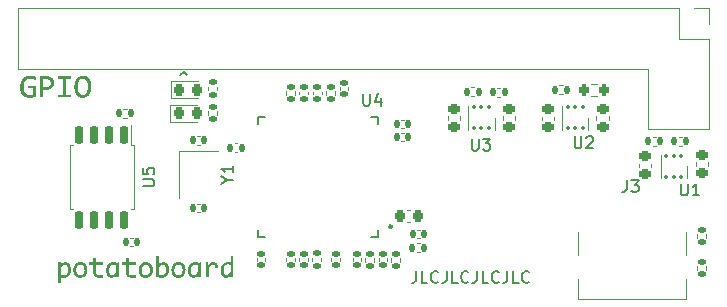
<source format=gto>
G04 #@! TF.GenerationSoftware,KiCad,Pcbnew,7.0.6-7.0.6~ubuntu22.04.1*
G04 #@! TF.CreationDate,2023-07-20T16:44:22-04:00*
G04 #@! TF.ProjectId,f1c_linux,6631635f-6c69-46e7-9578-2e6b69636164,1*
G04 #@! TF.SameCoordinates,Original*
G04 #@! TF.FileFunction,Legend,Top*
G04 #@! TF.FilePolarity,Positive*
%FSLAX46Y46*%
G04 Gerber Fmt 4.6, Leading zero omitted, Abs format (unit mm)*
G04 Created by KiCad (PCBNEW 7.0.6-7.0.6~ubuntu22.04.1) date 2023-07-20 16:44:22*
%MOMM*%
%LPD*%
G01*
G04 APERTURE LIST*
G04 Aperture macros list*
%AMRoundRect*
0 Rectangle with rounded corners*
0 $1 Rounding radius*
0 $2 $3 $4 $5 $6 $7 $8 $9 X,Y pos of 4 corners*
0 Add a 4 corners polygon primitive as box body*
4,1,4,$2,$3,$4,$5,$6,$7,$8,$9,$2,$3,0*
0 Add four circle primitives for the rounded corners*
1,1,$1+$1,$2,$3*
1,1,$1+$1,$4,$5*
1,1,$1+$1,$6,$7*
1,1,$1+$1,$8,$9*
0 Add four rect primitives between the rounded corners*
20,1,$1+$1,$2,$3,$4,$5,0*
20,1,$1+$1,$4,$5,$6,$7,0*
20,1,$1+$1,$6,$7,$8,$9,0*
20,1,$1+$1,$8,$9,$2,$3,0*%
G04 Aperture macros list end*
%ADD10C,0.152400*%
%ADD11C,0.150000*%
%ADD12C,0.240000*%
%ADD13C,0.120000*%
%ADD14R,0.800000X0.200000*%
%ADD15R,0.200000X0.800000*%
%ADD16R,6.750000X6.750000*%
%ADD17RoundRect,0.135000X0.135000X0.185000X-0.135000X0.185000X-0.135000X-0.185000X0.135000X-0.185000X0*%
%ADD18RoundRect,0.135000X-0.185000X0.135000X-0.185000X-0.135000X0.185000X-0.135000X0.185000X0.135000X0*%
%ADD19RoundRect,0.140000X0.140000X0.170000X-0.140000X0.170000X-0.140000X-0.170000X0.140000X-0.170000X0*%
%ADD20RoundRect,0.140000X-0.170000X0.140000X-0.170000X-0.140000X0.170000X-0.140000X0.170000X0.140000X0*%
%ADD21RoundRect,0.225000X0.250000X-0.225000X0.250000X0.225000X-0.250000X0.225000X-0.250000X-0.225000X0*%
%ADD22R,1.200000X1.400000*%
%ADD23RoundRect,0.225000X0.225000X0.250000X-0.225000X0.250000X-0.225000X-0.250000X0.225000X-0.250000X0*%
%ADD24RoundRect,0.093750X-0.106250X0.093750X-0.106250X-0.093750X0.106250X-0.093750X0.106250X0.093750X0*%
%ADD25R,1.600000X1.000000*%
%ADD26RoundRect,0.225000X-0.250000X0.225000X-0.250000X-0.225000X0.250000X-0.225000X0.250000X0.225000X0*%
%ADD27RoundRect,0.218750X-0.218750X-0.256250X0.218750X-0.256250X0.218750X0.256250X-0.218750X0.256250X0*%
%ADD28RoundRect,0.150000X-0.150000X0.650000X-0.150000X-0.650000X0.150000X-0.650000X0.150000X0.650000X0*%
%ADD29R,1.700000X1.700000*%
%ADD30O,1.700000X1.700000*%
%ADD31RoundRect,0.135000X0.185000X-0.135000X0.185000X0.135000X-0.185000X0.135000X-0.185000X-0.135000X0*%
%ADD32RoundRect,0.200000X0.200000X0.275000X-0.200000X0.275000X-0.200000X-0.275000X0.200000X-0.275000X0*%
%ADD33RoundRect,0.140000X-0.140000X-0.170000X0.140000X-0.170000X0.140000X0.170000X-0.140000X0.170000X0*%
%ADD34RoundRect,0.140000X0.170000X-0.140000X0.170000X0.140000X-0.170000X0.140000X-0.170000X-0.140000X0*%
%ADD35C,0.650000*%
%ADD36R,0.600000X1.240000*%
%ADD37R,0.300000X1.240000*%
%ADD38O,1.000000X2.100000*%
%ADD39O,1.000000X1.800000*%
%ADD40RoundRect,0.135000X-0.135000X-0.185000X0.135000X-0.185000X0.135000X0.185000X-0.135000X0.185000X0*%
G04 APERTURE END LIST*
D10*
G36*
X62713189Y-49802358D02*
G01*
X62690450Y-49789072D01*
X62668028Y-49776507D01*
X62645925Y-49764663D01*
X62624139Y-49753540D01*
X62602671Y-49743139D01*
X62581521Y-49733459D01*
X62560688Y-49724500D01*
X62540173Y-49716263D01*
X62519976Y-49708746D01*
X62500096Y-49701951D01*
X62487020Y-49697822D01*
X62467435Y-49692061D01*
X62447515Y-49686866D01*
X62427261Y-49682237D01*
X62406671Y-49678176D01*
X62385747Y-49674681D01*
X62364488Y-49671753D01*
X62342894Y-49669392D01*
X62320965Y-49667597D01*
X62298701Y-49666369D01*
X62276103Y-49665708D01*
X62260851Y-49665582D01*
X62234935Y-49666016D01*
X62209577Y-49667317D01*
X62184777Y-49669485D01*
X62160536Y-49672520D01*
X62136852Y-49676423D01*
X62113727Y-49681193D01*
X62091160Y-49686830D01*
X62069151Y-49693334D01*
X62047700Y-49700706D01*
X62026807Y-49708945D01*
X62013189Y-49714919D01*
X61993243Y-49724526D01*
X61973890Y-49734846D01*
X61955130Y-49745878D01*
X61936962Y-49757624D01*
X61919386Y-49770081D01*
X61902403Y-49783252D01*
X61886013Y-49797135D01*
X61870215Y-49811731D01*
X61855009Y-49827040D01*
X61840396Y-49843061D01*
X61830983Y-49854138D01*
X61817449Y-49871325D01*
X61804508Y-49889183D01*
X61792159Y-49907710D01*
X61780402Y-49926907D01*
X61769238Y-49946773D01*
X61758667Y-49967310D01*
X61748687Y-49988516D01*
X61739301Y-50010392D01*
X61730507Y-50032938D01*
X61722305Y-50056153D01*
X61717166Y-50072002D01*
X61710095Y-50096152D01*
X61703720Y-50120792D01*
X61698039Y-50145921D01*
X61693055Y-50171539D01*
X61688766Y-50197647D01*
X61685172Y-50224244D01*
X61682274Y-50251330D01*
X61680072Y-50278907D01*
X61678565Y-50306972D01*
X61677754Y-50335527D01*
X61677599Y-50354836D01*
X61677725Y-50375033D01*
X61678103Y-50394960D01*
X61678732Y-50414616D01*
X61680149Y-50443592D01*
X61682133Y-50471958D01*
X61684683Y-50499714D01*
X61687800Y-50526861D01*
X61691484Y-50553398D01*
X61695734Y-50579325D01*
X61700551Y-50604643D01*
X61705935Y-50629351D01*
X61709839Y-50645484D01*
X61716197Y-50669042D01*
X61723183Y-50691904D01*
X61730795Y-50714070D01*
X61739034Y-50735541D01*
X61747899Y-50756317D01*
X61757392Y-50776397D01*
X61767511Y-50795781D01*
X61778258Y-50814470D01*
X61789631Y-50832463D01*
X61801630Y-50849761D01*
X61809979Y-50860907D01*
X61823045Y-50876941D01*
X61836780Y-50892254D01*
X61851186Y-50906845D01*
X61866261Y-50920716D01*
X61882006Y-50933865D01*
X61898421Y-50946292D01*
X61915506Y-50957999D01*
X61933260Y-50968984D01*
X61951684Y-50979248D01*
X61970778Y-50988791D01*
X61983879Y-50994752D01*
X62004133Y-51003045D01*
X62025141Y-51010523D01*
X62046906Y-51017184D01*
X62069426Y-51023031D01*
X62092701Y-51028061D01*
X62116732Y-51032275D01*
X62141519Y-51035674D01*
X62167062Y-51038258D01*
X62193360Y-51040025D01*
X62220413Y-51040977D01*
X62238869Y-51041158D01*
X62258469Y-51040814D01*
X62279169Y-51039784D01*
X62293579Y-51038715D01*
X62314065Y-51036527D01*
X62334551Y-51033993D01*
X62353175Y-51031388D01*
X62373372Y-51028077D01*
X62392992Y-51024189D01*
X62410327Y-51020153D01*
X62429813Y-51015080D01*
X62448429Y-51009406D01*
X62448429Y-50478422D01*
X62081577Y-50478422D01*
X62081577Y-50259581D01*
X62721493Y-50259581D01*
X62721493Y-51179399D01*
X62700945Y-51188766D01*
X62680515Y-51197632D01*
X62660206Y-51205997D01*
X62640015Y-51213860D01*
X62619944Y-51221224D01*
X62599992Y-51228086D01*
X62592044Y-51230690D01*
X62572140Y-51236794D01*
X62552116Y-51242588D01*
X62531973Y-51248071D01*
X62511711Y-51253245D01*
X62491330Y-51258108D01*
X62470829Y-51262661D01*
X62462595Y-51264396D01*
X62441999Y-51268491D01*
X62421427Y-51272229D01*
X62400879Y-51275609D01*
X62380354Y-51278631D01*
X62359854Y-51281295D01*
X62339377Y-51283601D01*
X62331193Y-51284424D01*
X62310845Y-51286394D01*
X62290711Y-51288030D01*
X62270793Y-51289332D01*
X62251089Y-51290301D01*
X62227727Y-51291022D01*
X62204675Y-51291263D01*
X62181430Y-51291034D01*
X62158467Y-51290347D01*
X62135787Y-51289202D01*
X62113389Y-51287599D01*
X62091274Y-51285538D01*
X62069441Y-51283019D01*
X62047890Y-51280043D01*
X62026622Y-51276608D01*
X62005636Y-51272715D01*
X61984933Y-51268365D01*
X61964512Y-51263556D01*
X61944373Y-51258290D01*
X61924517Y-51252565D01*
X61904943Y-51246383D01*
X61885652Y-51239743D01*
X61866643Y-51232644D01*
X61847951Y-51225035D01*
X61829610Y-51216982D01*
X61811620Y-51208487D01*
X61793981Y-51199549D01*
X61776693Y-51190169D01*
X61759756Y-51180346D01*
X61735009Y-51164781D01*
X61711053Y-51148220D01*
X61687886Y-51130663D01*
X61665509Y-51112110D01*
X61643922Y-51092561D01*
X61623125Y-51072016D01*
X61609699Y-51057766D01*
X61596701Y-51043076D01*
X61584084Y-51027946D01*
X61571849Y-51012377D01*
X61559996Y-50996370D01*
X61548524Y-50979924D01*
X61537434Y-50963038D01*
X61526726Y-50945714D01*
X61516399Y-50927951D01*
X61506453Y-50909750D01*
X61496890Y-50891109D01*
X61487708Y-50872029D01*
X61478907Y-50852511D01*
X61470489Y-50832554D01*
X61462452Y-50812157D01*
X61454796Y-50791322D01*
X61447522Y-50770048D01*
X61440660Y-50748349D01*
X61434241Y-50726237D01*
X61428265Y-50703714D01*
X61422732Y-50680778D01*
X61417641Y-50657429D01*
X61412992Y-50633669D01*
X61408787Y-50609497D01*
X61405024Y-50584912D01*
X61401704Y-50559916D01*
X61398826Y-50534507D01*
X61396391Y-50508686D01*
X61394399Y-50482452D01*
X61392850Y-50455807D01*
X61391743Y-50428750D01*
X61391079Y-50401280D01*
X61390858Y-50373398D01*
X61391102Y-50345612D01*
X61391835Y-50318184D01*
X61393056Y-50291115D01*
X61394766Y-50264405D01*
X61396964Y-50238053D01*
X61399651Y-50212060D01*
X61402826Y-50186426D01*
X61406489Y-50161151D01*
X61410642Y-50136234D01*
X61415282Y-50111676D01*
X61420411Y-50087477D01*
X61426029Y-50063637D01*
X61432135Y-50040155D01*
X61438729Y-50017032D01*
X61445812Y-49994268D01*
X61453384Y-49971863D01*
X61461459Y-49949787D01*
X61469931Y-49928136D01*
X61478801Y-49906907D01*
X61488066Y-49886103D01*
X61497729Y-49865722D01*
X61507789Y-49845765D01*
X61518246Y-49826231D01*
X61529099Y-49807121D01*
X61540350Y-49788434D01*
X61551997Y-49770172D01*
X61564041Y-49752332D01*
X61576482Y-49734917D01*
X61589320Y-49717925D01*
X61602555Y-49701356D01*
X61616187Y-49685211D01*
X61630216Y-49669490D01*
X61644683Y-49654212D01*
X61659510Y-49639395D01*
X61674695Y-49625040D01*
X61690239Y-49611147D01*
X61706141Y-49597715D01*
X61722402Y-49584745D01*
X61739022Y-49572238D01*
X61756001Y-49560191D01*
X61773338Y-49548607D01*
X61791034Y-49537484D01*
X61809089Y-49526824D01*
X61827503Y-49516625D01*
X61846275Y-49506887D01*
X61865406Y-49497612D01*
X61884896Y-49488798D01*
X61904745Y-49480446D01*
X61924958Y-49472579D01*
X61945419Y-49465219D01*
X61966128Y-49458367D01*
X61987085Y-49452022D01*
X62008290Y-49446185D01*
X62029744Y-49440856D01*
X62051445Y-49436034D01*
X62073394Y-49431720D01*
X62095592Y-49427913D01*
X62118037Y-49424614D01*
X62140731Y-49421822D01*
X62163673Y-49419538D01*
X62186862Y-49417762D01*
X62210300Y-49416493D01*
X62233986Y-49415731D01*
X62257920Y-49415478D01*
X62280806Y-49415679D01*
X62303487Y-49416285D01*
X62325961Y-49417294D01*
X62348229Y-49418706D01*
X62370291Y-49420522D01*
X62392147Y-49422742D01*
X62413796Y-49425365D01*
X62435240Y-49428392D01*
X62456478Y-49431822D01*
X62477510Y-49435656D01*
X62491416Y-49438436D01*
X62512207Y-49442929D01*
X62532998Y-49447979D01*
X62553790Y-49453588D01*
X62574581Y-49459754D01*
X62595372Y-49466479D01*
X62616163Y-49473762D01*
X62636954Y-49481603D01*
X62657745Y-49490002D01*
X62678537Y-49498959D01*
X62699328Y-49508475D01*
X62713189Y-49515129D01*
X62713189Y-49802358D01*
G37*
G36*
X63601131Y-49447007D02*
G01*
X63626218Y-49447805D01*
X63651116Y-49449136D01*
X63675826Y-49451000D01*
X63700347Y-49453395D01*
X63724678Y-49456323D01*
X63748821Y-49459784D01*
X63772775Y-49463777D01*
X63796540Y-49468302D01*
X63820116Y-49473359D01*
X63835729Y-49477027D01*
X63858914Y-49483040D01*
X63881576Y-49489724D01*
X63903714Y-49497077D01*
X63925328Y-49505099D01*
X63946418Y-49513792D01*
X63966984Y-49523154D01*
X63987027Y-49533186D01*
X64006546Y-49543888D01*
X64025541Y-49555260D01*
X64044013Y-49567301D01*
X64056036Y-49575701D01*
X64073644Y-49588788D01*
X64090566Y-49602589D01*
X64106800Y-49617101D01*
X64122348Y-49632327D01*
X64137208Y-49648265D01*
X64151382Y-49664916D01*
X64164869Y-49682280D01*
X64177669Y-49700356D01*
X64189782Y-49719145D01*
X64201208Y-49738647D01*
X64208443Y-49752044D01*
X64218570Y-49772694D01*
X64227700Y-49794159D01*
X64235835Y-49816440D01*
X64242973Y-49839537D01*
X64249115Y-49863449D01*
X64254262Y-49888177D01*
X64258412Y-49913721D01*
X64261566Y-49940081D01*
X64263724Y-49967256D01*
X64264886Y-49995247D01*
X64265108Y-50014361D01*
X64264734Y-50035593D01*
X64263614Y-50056791D01*
X64261746Y-50077954D01*
X64259131Y-50099083D01*
X64255770Y-50120177D01*
X64251661Y-50141238D01*
X64246805Y-50162263D01*
X64241202Y-50183255D01*
X64234853Y-50204212D01*
X64227756Y-50225135D01*
X64222609Y-50239064D01*
X64214233Y-50259741D01*
X64205041Y-50280006D01*
X64195033Y-50299858D01*
X64184210Y-50319298D01*
X64172571Y-50338326D01*
X64160116Y-50356942D01*
X64146845Y-50375146D01*
X64132759Y-50392937D01*
X64117856Y-50410317D01*
X64102139Y-50427284D01*
X64091207Y-50438367D01*
X64074195Y-50454474D01*
X64056316Y-50470006D01*
X64037570Y-50484962D01*
X64017957Y-50499343D01*
X63997476Y-50513149D01*
X63976128Y-50526380D01*
X63953913Y-50539035D01*
X63930831Y-50551115D01*
X63906881Y-50562620D01*
X63882064Y-50573549D01*
X63865038Y-50580516D01*
X63838754Y-50590206D01*
X63811560Y-50598943D01*
X63783456Y-50606727D01*
X63764214Y-50611386D01*
X63744568Y-50615622D01*
X63724517Y-50619435D01*
X63704062Y-50622824D01*
X63683202Y-50625789D01*
X63661938Y-50628331D01*
X63640269Y-50630449D01*
X63618195Y-50632143D01*
X63595717Y-50633414D01*
X63572835Y-50634261D01*
X63549548Y-50634685D01*
X63537752Y-50634738D01*
X63330635Y-50634738D01*
X63330635Y-51260000D01*
X63054640Y-51260000D01*
X63054640Y-49696845D01*
X63330635Y-49696845D01*
X63330635Y-50384633D01*
X63543126Y-50384633D01*
X63569178Y-50384288D01*
X63594455Y-50383252D01*
X63618957Y-50381525D01*
X63642685Y-50379107D01*
X63665638Y-50375999D01*
X63687817Y-50372200D01*
X63709220Y-50367710D01*
X63729849Y-50362529D01*
X63749704Y-50356658D01*
X63768783Y-50350096D01*
X63787088Y-50342843D01*
X63813093Y-50330668D01*
X63837354Y-50316940D01*
X63859873Y-50301657D01*
X63866992Y-50296217D01*
X63887070Y-50278841D01*
X63905174Y-50259867D01*
X63921302Y-50239296D01*
X63935456Y-50217128D01*
X63947635Y-50193363D01*
X63957839Y-50168001D01*
X63966068Y-50141042D01*
X63972322Y-50112486D01*
X63975394Y-50092561D01*
X63977588Y-50071926D01*
X63978905Y-50050581D01*
X63979344Y-50028527D01*
X63978920Y-50008732D01*
X63976696Y-49980141D01*
X63972566Y-49952873D01*
X63966529Y-49926927D01*
X63958587Y-49902303D01*
X63948738Y-49879002D01*
X63936983Y-49857023D01*
X63923321Y-49836366D01*
X63907754Y-49817032D01*
X63890280Y-49799020D01*
X63870900Y-49782330D01*
X63849868Y-49767053D01*
X63827257Y-49753279D01*
X63803065Y-49741007D01*
X63777294Y-49730238D01*
X63749942Y-49720971D01*
X63730830Y-49715629D01*
X63711016Y-49710954D01*
X63690500Y-49706947D01*
X63669281Y-49703607D01*
X63647360Y-49700936D01*
X63624737Y-49698932D01*
X63601412Y-49697597D01*
X63577385Y-49696929D01*
X63565108Y-49696845D01*
X63330635Y-49696845D01*
X63054640Y-49696845D01*
X63054640Y-49446741D01*
X63575854Y-49446741D01*
X63601131Y-49447007D01*
G37*
G36*
X65025191Y-49696845D02*
G01*
X64611933Y-49696845D01*
X64611933Y-49446741D01*
X65717376Y-49446741D01*
X65717376Y-49696845D01*
X65304117Y-49696845D01*
X65304117Y-51009895D01*
X65717376Y-51009895D01*
X65717376Y-51260000D01*
X64611933Y-51260000D01*
X64611933Y-51009895D01*
X65025191Y-51009895D01*
X65025191Y-49696845D01*
G37*
G36*
X66737769Y-49415731D02*
G01*
X66759346Y-49416493D01*
X66780572Y-49417762D01*
X66801448Y-49419538D01*
X66821972Y-49421822D01*
X66842144Y-49424614D01*
X66861966Y-49427913D01*
X66881437Y-49431720D01*
X66900557Y-49436034D01*
X66928578Y-49443457D01*
X66955809Y-49452022D01*
X66982250Y-49461730D01*
X67007901Y-49472579D01*
X67024563Y-49480446D01*
X67048898Y-49493113D01*
X67072443Y-49506750D01*
X67095197Y-49521357D01*
X67117162Y-49536935D01*
X67138337Y-49553483D01*
X67158721Y-49571001D01*
X67178316Y-49589490D01*
X67197121Y-49608948D01*
X67215136Y-49629377D01*
X67232361Y-49650777D01*
X67243405Y-49665582D01*
X67259405Y-49688477D01*
X67274615Y-49712282D01*
X67289034Y-49736997D01*
X67302664Y-49762623D01*
X67311312Y-49780212D01*
X67319609Y-49798206D01*
X67327554Y-49816604D01*
X67335149Y-49835407D01*
X67342392Y-49854615D01*
X67349284Y-49874227D01*
X67355825Y-49894243D01*
X67362015Y-49914664D01*
X67367854Y-49935490D01*
X67373342Y-49956720D01*
X67378488Y-49978316D01*
X67383303Y-50000241D01*
X67387785Y-50022494D01*
X67391935Y-50045075D01*
X67395753Y-50067984D01*
X67399240Y-50091221D01*
X67402394Y-50114787D01*
X67405216Y-50138681D01*
X67407706Y-50162903D01*
X67409864Y-50187453D01*
X67411690Y-50212331D01*
X67413184Y-50237538D01*
X67414346Y-50263073D01*
X67415176Y-50288936D01*
X67415674Y-50315127D01*
X67415840Y-50341646D01*
X67415615Y-50371921D01*
X67414940Y-50401684D01*
X67413814Y-50430936D01*
X67412238Y-50459677D01*
X67410211Y-50487906D01*
X67407735Y-50515624D01*
X67404807Y-50542830D01*
X67401430Y-50569525D01*
X67397602Y-50595709D01*
X67393324Y-50621381D01*
X67388596Y-50646542D01*
X67383417Y-50671191D01*
X67377788Y-50695329D01*
X67371709Y-50718956D01*
X67365179Y-50742071D01*
X67358199Y-50764675D01*
X67350832Y-50786724D01*
X67343140Y-50808295D01*
X67335124Y-50829390D01*
X67326783Y-50850007D01*
X67318118Y-50870148D01*
X67309129Y-50889811D01*
X67299816Y-50908998D01*
X67290177Y-50927707D01*
X67280215Y-50945939D01*
X67269928Y-50963695D01*
X67259317Y-50980973D01*
X67248381Y-50997774D01*
X67237121Y-51014098D01*
X67225537Y-51029946D01*
X67207552Y-51052822D01*
X67201395Y-51060209D01*
X67182502Y-51081575D01*
X67163007Y-51101894D01*
X67142911Y-51121166D01*
X67122215Y-51139389D01*
X67100917Y-51156566D01*
X67079018Y-51172694D01*
X67056518Y-51187775D01*
X67033417Y-51201809D01*
X67009715Y-51214795D01*
X66985412Y-51226733D01*
X66968876Y-51234110D01*
X66943834Y-51244324D01*
X66918535Y-51253533D01*
X66892978Y-51261737D01*
X66867164Y-51268937D01*
X66841092Y-51275133D01*
X66814763Y-51280323D01*
X66788175Y-51284509D01*
X66761331Y-51287691D01*
X66734228Y-51289867D01*
X66706868Y-51291039D01*
X66688485Y-51291263D01*
X66666616Y-51291013D01*
X66645094Y-51290263D01*
X66623919Y-51289013D01*
X66603092Y-51287263D01*
X66582612Y-51285013D01*
X66562479Y-51282264D01*
X66542693Y-51279014D01*
X66523255Y-51275265D01*
X66504164Y-51271015D01*
X66476179Y-51263704D01*
X66448975Y-51255267D01*
X66422552Y-51245706D01*
X66396911Y-51235020D01*
X66380251Y-51227271D01*
X66355916Y-51214687D01*
X66332371Y-51201116D01*
X66309617Y-51186557D01*
X66287652Y-51171011D01*
X66266477Y-51154478D01*
X66246093Y-51136956D01*
X66226498Y-51118448D01*
X66207693Y-51098952D01*
X66189678Y-51078468D01*
X66172453Y-51056997D01*
X66161409Y-51042135D01*
X66145588Y-51019061D01*
X66130549Y-50995086D01*
X66116291Y-50970209D01*
X66102814Y-50944430D01*
X66094263Y-50926743D01*
X66086060Y-50908656D01*
X66078204Y-50890168D01*
X66070696Y-50871279D01*
X66063535Y-50851990D01*
X66056721Y-50832300D01*
X66050254Y-50812209D01*
X66044134Y-50791717D01*
X66038362Y-50770825D01*
X66032937Y-50749532D01*
X66027909Y-50727812D01*
X66023206Y-50705759D01*
X66018827Y-50683375D01*
X66014772Y-50660658D01*
X66011041Y-50637610D01*
X66007635Y-50614229D01*
X66004554Y-50590516D01*
X66001796Y-50566472D01*
X65999364Y-50542095D01*
X65997255Y-50517387D01*
X65995471Y-50492346D01*
X65994011Y-50466974D01*
X65992876Y-50441269D01*
X65992065Y-50415232D01*
X65991578Y-50388863D01*
X65991416Y-50362163D01*
X65991522Y-50347997D01*
X66277180Y-50347997D01*
X66277391Y-50377148D01*
X66278022Y-50405802D01*
X66279074Y-50433958D01*
X66280546Y-50461615D01*
X66282440Y-50488775D01*
X66284754Y-50515437D01*
X66287489Y-50541600D01*
X66290644Y-50567266D01*
X66294220Y-50592433D01*
X66298218Y-50617103D01*
X66301116Y-50633272D01*
X66305932Y-50656939D01*
X66311220Y-50679944D01*
X66316980Y-50702288D01*
X66323212Y-50723970D01*
X66329917Y-50744992D01*
X66337094Y-50765352D01*
X66344743Y-50785052D01*
X66352865Y-50804090D01*
X66361459Y-50822467D01*
X66370525Y-50840182D01*
X66376831Y-50851625D01*
X66390219Y-50873584D01*
X66404492Y-50894276D01*
X66419650Y-50913701D01*
X66435694Y-50931859D01*
X66452623Y-50948750D01*
X66470437Y-50964374D01*
X66489137Y-50978731D01*
X66508722Y-50991821D01*
X66529277Y-51003384D01*
X66550885Y-51013406D01*
X66573546Y-51021886D01*
X66597260Y-51028824D01*
X66622028Y-51034220D01*
X66647849Y-51038074D01*
X66667906Y-51039953D01*
X66688556Y-51040965D01*
X66702651Y-51041158D01*
X66723085Y-51040694D01*
X66742986Y-51039303D01*
X66768692Y-51036006D01*
X66793452Y-51031060D01*
X66817266Y-51024465D01*
X66840133Y-51016222D01*
X66862054Y-51006330D01*
X66883028Y-50994790D01*
X66893161Y-50988401D01*
X66912876Y-50974487D01*
X66931721Y-50959367D01*
X66949695Y-50943041D01*
X66966800Y-50925509D01*
X66983034Y-50906771D01*
X66998399Y-50886827D01*
X67012893Y-50865677D01*
X67023193Y-50849023D01*
X67026517Y-50843321D01*
X67036169Y-50825814D01*
X67045339Y-50807732D01*
X67054029Y-50789075D01*
X67062238Y-50769842D01*
X67069966Y-50750034D01*
X67077213Y-50729651D01*
X67083979Y-50708692D01*
X67090265Y-50687158D01*
X67096069Y-50665049D01*
X67101393Y-50642365D01*
X67104675Y-50626922D01*
X67109302Y-50603316D01*
X67113473Y-50579392D01*
X67117190Y-50555150D01*
X67120452Y-50530591D01*
X67123258Y-50505714D01*
X67125609Y-50480519D01*
X67127506Y-50455007D01*
X67128947Y-50429177D01*
X67129933Y-50403029D01*
X67130464Y-50376564D01*
X67130565Y-50358743D01*
X67130359Y-50329858D01*
X67129740Y-50301453D01*
X67128710Y-50273529D01*
X67127267Y-50246086D01*
X67125413Y-50219124D01*
X67123146Y-50192643D01*
X67120467Y-50166643D01*
X67117376Y-50141123D01*
X67113872Y-50116084D01*
X67109957Y-50091526D01*
X67107117Y-50075422D01*
X67102468Y-50051664D01*
X67097311Y-50028567D01*
X67091649Y-50006132D01*
X67085479Y-49984357D01*
X67078803Y-49963244D01*
X67071620Y-49942792D01*
X67063931Y-49923001D01*
X67055735Y-49903872D01*
X67047032Y-49885403D01*
X67037823Y-49867596D01*
X67031402Y-49856092D01*
X67021349Y-49839333D01*
X67007156Y-49818138D01*
X66992062Y-49798255D01*
X66976068Y-49779685D01*
X66959174Y-49762427D01*
X66941378Y-49746483D01*
X66922682Y-49731851D01*
X66903085Y-49718532D01*
X66898046Y-49715408D01*
X66877361Y-49703730D01*
X66855608Y-49693609D01*
X66832787Y-49685045D01*
X66808897Y-49678039D01*
X66783938Y-49672589D01*
X66764518Y-49669523D01*
X66744497Y-49667334D01*
X66723875Y-49666020D01*
X66702651Y-49665582D01*
X66682135Y-49666046D01*
X66662168Y-49667437D01*
X66642751Y-49669755D01*
X66617716Y-49674289D01*
X66593658Y-49680471D01*
X66570577Y-49688303D01*
X66548473Y-49697782D01*
X66527346Y-49708910D01*
X66512142Y-49718339D01*
X66492663Y-49732146D01*
X66474040Y-49747190D01*
X66456271Y-49763470D01*
X66439357Y-49780987D01*
X66423299Y-49799740D01*
X66408094Y-49819730D01*
X66393745Y-49840956D01*
X66383544Y-49857687D01*
X66380251Y-49863419D01*
X66370770Y-49880934D01*
X66361744Y-49899042D01*
X66353173Y-49917742D01*
X66345057Y-49937035D01*
X66337396Y-49956920D01*
X66330190Y-49977398D01*
X66323440Y-49998468D01*
X66317144Y-50020131D01*
X66311304Y-50042386D01*
X66305919Y-50065234D01*
X66302581Y-50080795D01*
X66298042Y-50104476D01*
X66293949Y-50128440D01*
X66290303Y-50152687D01*
X66287103Y-50177218D01*
X66284349Y-50202032D01*
X66282042Y-50227129D01*
X66280182Y-50252510D01*
X66278768Y-50278174D01*
X66277800Y-50304121D01*
X66277279Y-50330352D01*
X66277180Y-50347997D01*
X65991522Y-50347997D01*
X65991639Y-50332245D01*
X65992309Y-50302819D01*
X65993425Y-50273886D01*
X65994988Y-50245445D01*
X65996997Y-50217497D01*
X65999453Y-50190040D01*
X66002356Y-50163076D01*
X66005704Y-50136605D01*
X66009500Y-50110625D01*
X66013741Y-50085138D01*
X66018430Y-50060143D01*
X66023565Y-50035641D01*
X66029146Y-50011630D01*
X66035174Y-49988113D01*
X66041648Y-49965087D01*
X66048569Y-49942554D01*
X66055875Y-49920448D01*
X66063506Y-49898826D01*
X66071461Y-49877690D01*
X66079740Y-49857038D01*
X66088344Y-49836871D01*
X66097272Y-49817188D01*
X66106525Y-49797990D01*
X66116102Y-49779277D01*
X66126003Y-49761049D01*
X66136229Y-49743305D01*
X66146779Y-49726046D01*
X66157654Y-49709271D01*
X66168853Y-49692981D01*
X66180376Y-49677176D01*
X66198269Y-49654377D01*
X66204396Y-49647020D01*
X66223281Y-49625566D01*
X66242750Y-49605168D01*
X66262802Y-49585827D01*
X66283439Y-49567542D01*
X66304659Y-49550312D01*
X66326464Y-49534139D01*
X66348852Y-49519023D01*
X66371824Y-49504962D01*
X66395380Y-49491957D01*
X66419520Y-49480009D01*
X66435938Y-49472630D01*
X66460892Y-49462417D01*
X66486113Y-49453207D01*
X66511599Y-49445003D01*
X66537352Y-49437803D01*
X66563371Y-49431608D01*
X66589657Y-49426417D01*
X66616208Y-49422231D01*
X66643025Y-49419050D01*
X66670109Y-49416873D01*
X66697459Y-49415701D01*
X66715840Y-49415478D01*
X66737769Y-49415731D01*
G37*
X74952643Y-49348646D02*
X75257405Y-49120075D01*
X75257405Y-49120075D02*
X75562167Y-49348646D01*
X94924072Y-65969694D02*
X94924072Y-66683979D01*
X94924072Y-66683979D02*
X94876453Y-66826836D01*
X94876453Y-66826836D02*
X94781215Y-66922075D01*
X94781215Y-66922075D02*
X94638358Y-66969694D01*
X94638358Y-66969694D02*
X94543120Y-66969694D01*
X95876453Y-66969694D02*
X95400263Y-66969694D01*
X95400263Y-66969694D02*
X95400263Y-65969694D01*
X96781215Y-66874455D02*
X96733596Y-66922075D01*
X96733596Y-66922075D02*
X96590739Y-66969694D01*
X96590739Y-66969694D02*
X96495501Y-66969694D01*
X96495501Y-66969694D02*
X96352644Y-66922075D01*
X96352644Y-66922075D02*
X96257406Y-66826836D01*
X96257406Y-66826836D02*
X96209787Y-66731598D01*
X96209787Y-66731598D02*
X96162168Y-66541122D01*
X96162168Y-66541122D02*
X96162168Y-66398265D01*
X96162168Y-66398265D02*
X96209787Y-66207789D01*
X96209787Y-66207789D02*
X96257406Y-66112551D01*
X96257406Y-66112551D02*
X96352644Y-66017313D01*
X96352644Y-66017313D02*
X96495501Y-65969694D01*
X96495501Y-65969694D02*
X96590739Y-65969694D01*
X96590739Y-65969694D02*
X96733596Y-66017313D01*
X96733596Y-66017313D02*
X96781215Y-66064932D01*
X97495501Y-65969694D02*
X97495501Y-66683979D01*
X97495501Y-66683979D02*
X97447882Y-66826836D01*
X97447882Y-66826836D02*
X97352644Y-66922075D01*
X97352644Y-66922075D02*
X97209787Y-66969694D01*
X97209787Y-66969694D02*
X97114549Y-66969694D01*
X98447882Y-66969694D02*
X97971692Y-66969694D01*
X97971692Y-66969694D02*
X97971692Y-65969694D01*
X99352644Y-66874455D02*
X99305025Y-66922075D01*
X99305025Y-66922075D02*
X99162168Y-66969694D01*
X99162168Y-66969694D02*
X99066930Y-66969694D01*
X99066930Y-66969694D02*
X98924073Y-66922075D01*
X98924073Y-66922075D02*
X98828835Y-66826836D01*
X98828835Y-66826836D02*
X98781216Y-66731598D01*
X98781216Y-66731598D02*
X98733597Y-66541122D01*
X98733597Y-66541122D02*
X98733597Y-66398265D01*
X98733597Y-66398265D02*
X98781216Y-66207789D01*
X98781216Y-66207789D02*
X98828835Y-66112551D01*
X98828835Y-66112551D02*
X98924073Y-66017313D01*
X98924073Y-66017313D02*
X99066930Y-65969694D01*
X99066930Y-65969694D02*
X99162168Y-65969694D01*
X99162168Y-65969694D02*
X99305025Y-66017313D01*
X99305025Y-66017313D02*
X99352644Y-66064932D01*
X100066930Y-65969694D02*
X100066930Y-66683979D01*
X100066930Y-66683979D02*
X100019311Y-66826836D01*
X100019311Y-66826836D02*
X99924073Y-66922075D01*
X99924073Y-66922075D02*
X99781216Y-66969694D01*
X99781216Y-66969694D02*
X99685978Y-66969694D01*
X101019311Y-66969694D02*
X100543121Y-66969694D01*
X100543121Y-66969694D02*
X100543121Y-65969694D01*
X101924073Y-66874455D02*
X101876454Y-66922075D01*
X101876454Y-66922075D02*
X101733597Y-66969694D01*
X101733597Y-66969694D02*
X101638359Y-66969694D01*
X101638359Y-66969694D02*
X101495502Y-66922075D01*
X101495502Y-66922075D02*
X101400264Y-66826836D01*
X101400264Y-66826836D02*
X101352645Y-66731598D01*
X101352645Y-66731598D02*
X101305026Y-66541122D01*
X101305026Y-66541122D02*
X101305026Y-66398265D01*
X101305026Y-66398265D02*
X101352645Y-66207789D01*
X101352645Y-66207789D02*
X101400264Y-66112551D01*
X101400264Y-66112551D02*
X101495502Y-66017313D01*
X101495502Y-66017313D02*
X101638359Y-65969694D01*
X101638359Y-65969694D02*
X101733597Y-65969694D01*
X101733597Y-65969694D02*
X101876454Y-66017313D01*
X101876454Y-66017313D02*
X101924073Y-66064932D01*
X102638359Y-65969694D02*
X102638359Y-66683979D01*
X102638359Y-66683979D02*
X102590740Y-66826836D01*
X102590740Y-66826836D02*
X102495502Y-66922075D01*
X102495502Y-66922075D02*
X102352645Y-66969694D01*
X102352645Y-66969694D02*
X102257407Y-66969694D01*
X103590740Y-66969694D02*
X103114550Y-66969694D01*
X103114550Y-66969694D02*
X103114550Y-65969694D01*
X104495502Y-66874455D02*
X104447883Y-66922075D01*
X104447883Y-66922075D02*
X104305026Y-66969694D01*
X104305026Y-66969694D02*
X104209788Y-66969694D01*
X104209788Y-66969694D02*
X104066931Y-66922075D01*
X104066931Y-66922075D02*
X103971693Y-66826836D01*
X103971693Y-66826836D02*
X103924074Y-66731598D01*
X103924074Y-66731598D02*
X103876455Y-66541122D01*
X103876455Y-66541122D02*
X103876455Y-66398265D01*
X103876455Y-66398265D02*
X103924074Y-66207789D01*
X103924074Y-66207789D02*
X103971693Y-66112551D01*
X103971693Y-66112551D02*
X104066931Y-66017313D01*
X104066931Y-66017313D02*
X104209788Y-65969694D01*
X104209788Y-65969694D02*
X104305026Y-65969694D01*
X104305026Y-65969694D02*
X104447883Y-66017313D01*
X104447883Y-66017313D02*
X104495502Y-66064932D01*
G36*
X65262720Y-65200121D02*
G01*
X65282633Y-65201362D01*
X65302082Y-65203429D01*
X65321067Y-65206323D01*
X65339588Y-65210044D01*
X65357646Y-65214592D01*
X65375240Y-65219967D01*
X65392370Y-65226168D01*
X65409037Y-65233197D01*
X65425240Y-65241053D01*
X65435785Y-65246749D01*
X65451203Y-65255819D01*
X65466135Y-65265554D01*
X65480580Y-65275953D01*
X65494538Y-65287017D01*
X65508009Y-65298746D01*
X65520993Y-65311139D01*
X65533491Y-65324196D01*
X65545502Y-65337919D01*
X65557025Y-65352306D01*
X65568062Y-65367357D01*
X65575150Y-65377761D01*
X65585450Y-65393881D01*
X65595247Y-65410589D01*
X65604543Y-65427885D01*
X65613336Y-65445767D01*
X65621627Y-65464237D01*
X65629416Y-65483294D01*
X65636702Y-65502939D01*
X65643486Y-65523171D01*
X65649767Y-65543990D01*
X65655546Y-65565397D01*
X65659120Y-65579994D01*
X65664070Y-65602318D01*
X65668533Y-65625105D01*
X65672509Y-65648356D01*
X65675998Y-65672070D01*
X65679000Y-65696249D01*
X65681516Y-65720891D01*
X65683545Y-65745996D01*
X65685086Y-65771566D01*
X65686141Y-65797599D01*
X65686574Y-65815212D01*
X65686790Y-65833031D01*
X65686817Y-65842018D01*
X65686632Y-65863173D01*
X65686075Y-65883996D01*
X65685148Y-65904486D01*
X65683850Y-65924642D01*
X65682181Y-65944465D01*
X65680140Y-65963955D01*
X65677729Y-65983112D01*
X65674947Y-66001936D01*
X65671794Y-66020426D01*
X65668270Y-66038584D01*
X65664375Y-66056408D01*
X65660109Y-66073899D01*
X65655473Y-66091057D01*
X65647822Y-66116169D01*
X65639337Y-66140531D01*
X65630192Y-66164062D01*
X65620398Y-66186843D01*
X65609955Y-66208874D01*
X65598862Y-66230155D01*
X65587121Y-66250687D01*
X65574731Y-66270470D01*
X65561691Y-66289503D01*
X65548002Y-66307786D01*
X65533664Y-66325319D01*
X65518677Y-66342103D01*
X65508325Y-66352876D01*
X65492392Y-66368411D01*
X65475919Y-66383195D01*
X65458904Y-66397231D01*
X65441349Y-66410517D01*
X65423252Y-66423053D01*
X65404615Y-66434839D01*
X65385437Y-66445876D01*
X65365717Y-66456163D01*
X65345457Y-66465701D01*
X65324656Y-66474489D01*
X65310488Y-66479931D01*
X65288976Y-66487474D01*
X65267139Y-66494274D01*
X65244978Y-66500333D01*
X65222492Y-66505650D01*
X65199681Y-66510225D01*
X65176546Y-66514058D01*
X65153087Y-66517149D01*
X65129303Y-66519498D01*
X65105194Y-66521106D01*
X65080760Y-66521971D01*
X65064291Y-66522136D01*
X65045353Y-66521900D01*
X65026458Y-66521192D01*
X65007606Y-66520011D01*
X64988797Y-66518358D01*
X64970031Y-66516233D01*
X64951308Y-66513635D01*
X64943831Y-66512464D01*
X64925554Y-66509429D01*
X64908093Y-66506093D01*
X64888217Y-66501693D01*
X64869515Y-66496861D01*
X64851988Y-66491595D01*
X64840956Y-66487845D01*
X64840956Y-67000461D01*
X64597836Y-67000461D01*
X64597836Y-66275939D01*
X64840956Y-66275939D01*
X64860095Y-66283472D01*
X64876824Y-66289418D01*
X64894262Y-66295064D01*
X64912407Y-66300409D01*
X64931261Y-66305454D01*
X64950824Y-66310198D01*
X64954822Y-66311110D01*
X64974816Y-66315163D01*
X64994681Y-66318529D01*
X65014417Y-66321208D01*
X65034025Y-66323200D01*
X65053504Y-66324506D01*
X65072854Y-66325124D01*
X65080558Y-66325179D01*
X65101265Y-66324729D01*
X65121403Y-66323379D01*
X65140970Y-66321129D01*
X65159967Y-66317980D01*
X65178394Y-66313930D01*
X65196251Y-66308981D01*
X65213538Y-66303132D01*
X65230254Y-66296383D01*
X65246401Y-66288734D01*
X65261977Y-66280185D01*
X65276983Y-66270736D01*
X65291419Y-66260387D01*
X65305284Y-66249139D01*
X65318580Y-66236990D01*
X65331305Y-66223942D01*
X65343461Y-66209994D01*
X65355013Y-66195125D01*
X65365820Y-66179315D01*
X65375882Y-66162565D01*
X65385199Y-66144873D01*
X65393770Y-66126240D01*
X65401596Y-66106665D01*
X65408676Y-66086150D01*
X65415012Y-66064694D01*
X65420602Y-66042296D01*
X65425446Y-66018958D01*
X65429545Y-65994678D01*
X65432899Y-65969457D01*
X65435508Y-65943296D01*
X65437371Y-65916193D01*
X65438489Y-65888149D01*
X65438862Y-65859163D01*
X65438738Y-65841010D01*
X65438367Y-65823151D01*
X65437488Y-65799795D01*
X65436169Y-65776962D01*
X65434411Y-65754650D01*
X65432213Y-65732861D01*
X65429575Y-65711593D01*
X65426497Y-65690848D01*
X65424794Y-65680671D01*
X65421036Y-65660729D01*
X65416798Y-65641571D01*
X65412079Y-65623195D01*
X65406878Y-65605603D01*
X65401197Y-65588794D01*
X65393420Y-65568883D01*
X65384891Y-65550196D01*
X65381270Y-65543064D01*
X65371678Y-65526101D01*
X65361314Y-65510384D01*
X65350177Y-65495911D01*
X65338268Y-65482683D01*
X65322956Y-65468453D01*
X65306531Y-65456016D01*
X65289097Y-65445408D01*
X65270426Y-65436995D01*
X65250519Y-65430777D01*
X65232985Y-65427271D01*
X65214592Y-65425290D01*
X65199260Y-65424802D01*
X65179833Y-65425599D01*
X65160242Y-65427989D01*
X65142964Y-65431388D01*
X65125560Y-65436008D01*
X65120565Y-65437551D01*
X65102872Y-65443779D01*
X65084801Y-65451689D01*
X65069010Y-65459808D01*
X65052941Y-65469164D01*
X65036594Y-65479757D01*
X65020056Y-65491663D01*
X65005944Y-65502647D01*
X64991531Y-65514598D01*
X64976818Y-65527514D01*
X64961804Y-65541397D01*
X64946490Y-65556245D01*
X64943391Y-65559331D01*
X64931019Y-65572080D01*
X64918524Y-65585489D01*
X64905905Y-65599558D01*
X64893162Y-65614286D01*
X64880296Y-65629673D01*
X64867306Y-65645720D01*
X64854193Y-65662426D01*
X64840956Y-65679792D01*
X64840956Y-66275939D01*
X64597836Y-66275939D01*
X64597836Y-65227845D01*
X64816775Y-65227845D01*
X64828646Y-65408535D01*
X64842478Y-65390068D01*
X64856935Y-65372420D01*
X64872019Y-65355591D01*
X64887729Y-65339581D01*
X64904065Y-65324390D01*
X64921026Y-65310019D01*
X64938614Y-65296467D01*
X64956827Y-65283733D01*
X64975667Y-65271819D01*
X64995132Y-65260725D01*
X65008457Y-65253783D01*
X65028890Y-65244119D01*
X65049632Y-65235406D01*
X65070683Y-65227643D01*
X65092043Y-65220831D01*
X65113713Y-65214969D01*
X65135691Y-65210058D01*
X65157979Y-65206098D01*
X65180575Y-65203088D01*
X65203481Y-65201028D01*
X65226696Y-65199919D01*
X65242344Y-65199708D01*
X65262720Y-65200121D01*
G37*
G36*
X66531973Y-65200086D02*
G01*
X66556725Y-65201222D01*
X66580999Y-65203116D01*
X66604793Y-65205767D01*
X66628109Y-65209175D01*
X66650945Y-65213340D01*
X66673302Y-65218263D01*
X66695180Y-65223943D01*
X66716579Y-65230380D01*
X66737499Y-65237575D01*
X66751179Y-65242792D01*
X66771250Y-65251140D01*
X66790741Y-65260191D01*
X66809653Y-65269945D01*
X66827985Y-65280402D01*
X66845737Y-65291562D01*
X66862910Y-65303426D01*
X66879504Y-65315993D01*
X66895517Y-65329263D01*
X66910951Y-65343237D01*
X66925806Y-65357914D01*
X66935387Y-65368089D01*
X66949248Y-65383855D01*
X66962476Y-65400325D01*
X66975070Y-65417498D01*
X66987030Y-65435374D01*
X66998357Y-65453953D01*
X67009050Y-65473236D01*
X67019109Y-65493222D01*
X67028535Y-65513911D01*
X67037327Y-65535303D01*
X67045485Y-65557399D01*
X67050572Y-65572520D01*
X67057721Y-65595659D01*
X67064168Y-65619408D01*
X67069911Y-65643768D01*
X67074951Y-65668739D01*
X67079288Y-65694320D01*
X67082921Y-65720511D01*
X67084953Y-65738311D01*
X67086672Y-65756383D01*
X67088078Y-65774726D01*
X67089172Y-65793340D01*
X67089954Y-65812225D01*
X67090422Y-65831382D01*
X67090579Y-65850810D01*
X67090416Y-65869236D01*
X67089926Y-65887472D01*
X67089110Y-65905519D01*
X67087968Y-65923378D01*
X67086500Y-65941048D01*
X67083686Y-65967198D01*
X67080137Y-65992923D01*
X67075855Y-66018223D01*
X67070838Y-66043098D01*
X67065087Y-66067548D01*
X67058602Y-66091574D01*
X67051383Y-66115174D01*
X67048813Y-66122946D01*
X67040658Y-66145804D01*
X67031853Y-66168052D01*
X67022399Y-66189689D01*
X67012296Y-66210715D01*
X67001544Y-66231131D01*
X66990142Y-66250937D01*
X66978092Y-66270132D01*
X66965392Y-66288716D01*
X66952043Y-66306690D01*
X66938045Y-66324054D01*
X66928353Y-66335290D01*
X66913374Y-66351594D01*
X66897786Y-66367202D01*
X66881587Y-66382114D01*
X66864777Y-66396331D01*
X66847357Y-66409853D01*
X66829326Y-66422679D01*
X66810685Y-66434809D01*
X66791433Y-66446244D01*
X66771571Y-66456983D01*
X66751098Y-66467027D01*
X66737110Y-66473337D01*
X66715741Y-66482058D01*
X66693839Y-66489921D01*
X66671403Y-66496926D01*
X66648434Y-66503074D01*
X66624932Y-66508364D01*
X66600897Y-66512796D01*
X66576328Y-66516370D01*
X66551226Y-66519086D01*
X66525591Y-66520945D01*
X66499423Y-66521946D01*
X66481681Y-66522136D01*
X66456449Y-66521761D01*
X66431697Y-66520637D01*
X66407423Y-66518763D01*
X66383628Y-66516139D01*
X66360313Y-66512766D01*
X66337477Y-66508643D01*
X66315120Y-66503771D01*
X66293242Y-66498149D01*
X66271843Y-66491777D01*
X66250923Y-66484655D01*
X66237243Y-66479491D01*
X66217172Y-66471062D01*
X66197681Y-66461928D01*
X66178769Y-66452092D01*
X66160437Y-66441552D01*
X66142685Y-66430309D01*
X66125512Y-66418363D01*
X66108918Y-66405714D01*
X66092905Y-66392361D01*
X66077471Y-66378305D01*
X66062616Y-66363546D01*
X66053035Y-66353316D01*
X66039170Y-66337317D01*
X66025930Y-66320647D01*
X66013317Y-66303304D01*
X66001330Y-66285289D01*
X65989968Y-66266601D01*
X65979233Y-66247241D01*
X65969123Y-66227209D01*
X65959640Y-66206504D01*
X65950782Y-66185127D01*
X65942551Y-66163078D01*
X65937411Y-66148005D01*
X65930339Y-66124855D01*
X65923964Y-66101070D01*
X65918284Y-66076652D01*
X65913299Y-66051601D01*
X65909010Y-66025916D01*
X65906537Y-66008440D01*
X65904373Y-65990683D01*
X65902519Y-65972644D01*
X65900973Y-65954323D01*
X65899737Y-65935721D01*
X65898809Y-65916838D01*
X65898191Y-65897672D01*
X65897882Y-65878225D01*
X65897867Y-65874551D01*
X66145799Y-65874551D01*
X66146015Y-65895571D01*
X66146664Y-65916096D01*
X66147746Y-65936127D01*
X66149261Y-65955664D01*
X66151208Y-65974706D01*
X66153588Y-65993253D01*
X66156401Y-66011305D01*
X66159647Y-66028863D01*
X66164648Y-66051505D01*
X66170418Y-66073267D01*
X66176889Y-66094026D01*
X66183992Y-66113878D01*
X66191727Y-66132824D01*
X66200094Y-66150863D01*
X66209093Y-66167995D01*
X66218723Y-66184220D01*
X66228986Y-66199539D01*
X66239881Y-66213951D01*
X66251490Y-66227373D01*
X66266813Y-66242954D01*
X66283037Y-66257203D01*
X66300164Y-66270122D01*
X66318191Y-66281710D01*
X66337121Y-66291966D01*
X66348911Y-66297482D01*
X66369388Y-66305461D01*
X66386372Y-66310870D01*
X66403893Y-66315415D01*
X66421949Y-66319093D01*
X66440540Y-66321906D01*
X66459668Y-66323853D01*
X66479332Y-66324935D01*
X66494431Y-66325179D01*
X66517196Y-66324616D01*
X66539109Y-66322926D01*
X66560170Y-66320109D01*
X66580380Y-66316166D01*
X66599738Y-66311097D01*
X66618244Y-66304901D01*
X66635898Y-66297578D01*
X66652700Y-66289129D01*
X66668713Y-66279621D01*
X66683997Y-66269345D01*
X66698553Y-66258299D01*
X66712381Y-66246484D01*
X66725481Y-66233899D01*
X66737852Y-66220545D01*
X66749496Y-66206422D01*
X66760411Y-66191529D01*
X66770612Y-66175922D01*
X66780112Y-66159655D01*
X66788912Y-66142729D01*
X66797011Y-66125144D01*
X66804409Y-66106899D01*
X66811107Y-66087995D01*
X66817104Y-66068431D01*
X66822400Y-66048207D01*
X66827140Y-66027510D01*
X66831248Y-66006524D01*
X66834724Y-65985250D01*
X66837568Y-65963687D01*
X66839779Y-65941836D01*
X66841359Y-65919696D01*
X66842307Y-65897268D01*
X66842623Y-65874551D01*
X66842407Y-65853460D01*
X66841758Y-65832887D01*
X66840676Y-65812831D01*
X66839161Y-65793293D01*
X66837214Y-65774274D01*
X66834834Y-65755771D01*
X66832021Y-65737787D01*
X66828775Y-65720321D01*
X66823774Y-65697837D01*
X66818004Y-65676274D01*
X66811526Y-65655625D01*
X66804402Y-65635883D01*
X66796633Y-65617047D01*
X66788218Y-65599118D01*
X66779158Y-65582096D01*
X66769451Y-65565980D01*
X66759099Y-65550772D01*
X66748101Y-65536470D01*
X66736582Y-65522951D01*
X66721312Y-65507289D01*
X66705077Y-65493001D01*
X66687876Y-65480086D01*
X66669709Y-65468546D01*
X66650575Y-65458379D01*
X66638632Y-65452939D01*
X66622242Y-65446344D01*
X66605384Y-65440629D01*
X66588060Y-65435793D01*
X66570268Y-65431836D01*
X66552009Y-65428759D01*
X66533284Y-65426561D01*
X66514091Y-65425242D01*
X66494431Y-65424802D01*
X66471563Y-65425372D01*
X66449560Y-65427083D01*
X66428423Y-65429933D01*
X66408152Y-65433924D01*
X66388746Y-65439056D01*
X66370206Y-65445328D01*
X66352531Y-65452740D01*
X66335722Y-65461292D01*
X66319709Y-65470696D01*
X66304425Y-65480883D01*
X66289869Y-65491854D01*
X66276041Y-65503607D01*
X66262941Y-65516143D01*
X66250570Y-65529463D01*
X66238926Y-65543566D01*
X66228011Y-65558452D01*
X66217803Y-65574059D01*
X66208282Y-65590325D01*
X66199448Y-65607251D01*
X66191301Y-65624837D01*
X66183841Y-65643082D01*
X66177068Y-65661986D01*
X66170981Y-65681550D01*
X66165582Y-65701773D01*
X66160945Y-65722457D01*
X66156927Y-65743402D01*
X66153527Y-65764607D01*
X66150744Y-65786074D01*
X66148581Y-65807802D01*
X66147035Y-65829790D01*
X66146108Y-65852040D01*
X66145799Y-65874551D01*
X65897867Y-65874551D01*
X65897843Y-65868396D01*
X65898006Y-65850029D01*
X65898496Y-65831858D01*
X65899312Y-65813883D01*
X65900454Y-65796103D01*
X65901922Y-65778519D01*
X65904736Y-65752511D01*
X65908285Y-65726943D01*
X65912567Y-65701815D01*
X65917584Y-65677128D01*
X65923335Y-65652881D01*
X65929820Y-65629075D01*
X65937039Y-65605710D01*
X65939609Y-65598019D01*
X65947760Y-65575318D01*
X65956554Y-65553212D01*
X65965988Y-65531701D01*
X65976064Y-65510785D01*
X65986782Y-65490465D01*
X65998141Y-65470739D01*
X66010141Y-65451608D01*
X66022783Y-65433073D01*
X66036066Y-65415132D01*
X66049990Y-65397787D01*
X66059630Y-65386554D01*
X66074682Y-65370254D01*
X66090330Y-65354658D01*
X66106573Y-65339764D01*
X66123411Y-65325575D01*
X66140844Y-65312088D01*
X66158873Y-65299305D01*
X66177496Y-65287224D01*
X66196714Y-65275847D01*
X66216527Y-65265174D01*
X66236936Y-65255203D01*
X66250872Y-65248947D01*
X66272320Y-65240148D01*
X66294293Y-65232213D01*
X66316792Y-65225145D01*
X66339816Y-65218942D01*
X66363366Y-65213604D01*
X66387441Y-65209133D01*
X66412042Y-65205526D01*
X66437168Y-65202785D01*
X66462820Y-65200910D01*
X66488997Y-65199900D01*
X66506741Y-65199708D01*
X66531973Y-65200086D01*
G37*
G36*
X68394103Y-66522136D02*
G01*
X68372485Y-66522136D01*
X68351156Y-66522136D01*
X68330115Y-66522136D01*
X68309363Y-66522136D01*
X68288899Y-66522136D01*
X68268724Y-66522136D01*
X68248837Y-66522136D01*
X68229239Y-66522136D01*
X68209744Y-66522136D01*
X68190166Y-66522136D01*
X68170506Y-66522136D01*
X68150764Y-66522136D01*
X68130939Y-66522136D01*
X68111031Y-66522136D01*
X68091042Y-66522136D01*
X68070969Y-66522136D01*
X68041543Y-66521702D01*
X68013054Y-66520398D01*
X67985503Y-66518226D01*
X67958890Y-66515185D01*
X67933214Y-66511274D01*
X67908475Y-66506495D01*
X67884675Y-66500847D01*
X67861812Y-66494329D01*
X67839887Y-66486943D01*
X67818899Y-66478688D01*
X67798850Y-66469564D01*
X67779737Y-66459570D01*
X67761563Y-66448708D01*
X67744326Y-66436977D01*
X67728027Y-66424377D01*
X67712665Y-66410908D01*
X67698238Y-66396491D01*
X67684741Y-66381157D01*
X67672176Y-66364906D01*
X67660541Y-66347738D01*
X67649837Y-66329652D01*
X67640063Y-66310650D01*
X67631221Y-66290731D01*
X67623309Y-66269894D01*
X67616328Y-66248141D01*
X67610278Y-66225471D01*
X67605159Y-66201883D01*
X67600970Y-66177378D01*
X67597712Y-66151957D01*
X67595385Y-66125618D01*
X67593989Y-66098362D01*
X67593524Y-66070189D01*
X67593524Y-65424802D01*
X67245771Y-65424802D01*
X67245771Y-65227845D01*
X67593524Y-65227845D01*
X67593524Y-64892401D01*
X67836643Y-64829973D01*
X67836643Y-65227845D01*
X68394103Y-65227845D01*
X68394103Y-65424802D01*
X67836643Y-65424802D01*
X67836643Y-66064034D01*
X67837230Y-66088173D01*
X67838992Y-66111129D01*
X67841929Y-66132902D01*
X67846040Y-66153494D01*
X67851326Y-66172903D01*
X67857787Y-66191129D01*
X67865422Y-66208173D01*
X67874232Y-66224035D01*
X67884216Y-66238714D01*
X67899356Y-66256447D01*
X67903468Y-66260552D01*
X67921204Y-66275699D01*
X67935859Y-66285734D01*
X67951673Y-66294633D01*
X67968647Y-66302395D01*
X67986779Y-66309022D01*
X68006071Y-66314513D01*
X68026521Y-66318868D01*
X68048132Y-66322086D01*
X68070901Y-66324169D01*
X68094829Y-66325116D01*
X68103063Y-66325179D01*
X68121614Y-66325018D01*
X68140724Y-66324535D01*
X68160392Y-66323730D01*
X68180618Y-66322603D01*
X68201402Y-66321154D01*
X68222744Y-66319383D01*
X68231437Y-66318584D01*
X68249270Y-66316661D01*
X68267817Y-66314408D01*
X68287079Y-66311825D01*
X68307055Y-66308912D01*
X68327745Y-66305670D01*
X68349150Y-66302098D01*
X68371269Y-66298196D01*
X68394103Y-66293965D01*
X68394103Y-66522136D01*
G37*
G36*
X69768408Y-66494000D02*
G01*
X69548150Y-66494000D01*
X69537159Y-66297921D01*
X69517285Y-66325072D01*
X69496678Y-66350472D01*
X69475340Y-66374119D01*
X69453271Y-66396015D01*
X69430470Y-66416160D01*
X69406937Y-66434552D01*
X69382673Y-66451193D01*
X69357677Y-66466083D01*
X69331950Y-66479220D01*
X69305491Y-66490606D01*
X69278301Y-66500240D01*
X69250379Y-66508123D01*
X69221725Y-66514254D01*
X69192340Y-66518633D01*
X69162223Y-66521260D01*
X69131374Y-66522136D01*
X69110527Y-66521727D01*
X69090189Y-66520498D01*
X69070362Y-66518450D01*
X69051044Y-66515583D01*
X69032237Y-66511897D01*
X69013940Y-66507391D01*
X68996152Y-66502067D01*
X68978875Y-66495923D01*
X68962108Y-66488960D01*
X68945851Y-66481178D01*
X68935296Y-66475535D01*
X68919881Y-66466382D01*
X68904961Y-66456565D01*
X68890536Y-66446083D01*
X68876605Y-66434937D01*
X68863168Y-66423126D01*
X68850226Y-66410650D01*
X68837779Y-66397510D01*
X68825826Y-66383706D01*
X68814368Y-66369236D01*
X68803405Y-66354102D01*
X68796371Y-66343644D01*
X68786232Y-66327374D01*
X68776587Y-66310547D01*
X68767437Y-66293164D01*
X68758782Y-66275225D01*
X68750621Y-66256729D01*
X68742955Y-66237677D01*
X68735783Y-66218069D01*
X68729106Y-66197904D01*
X68722924Y-66177183D01*
X68717236Y-66155905D01*
X68713719Y-66141411D01*
X68708926Y-66119196D01*
X68704605Y-66096573D01*
X68700755Y-66073539D01*
X68697377Y-66050097D01*
X68694470Y-66026244D01*
X68692034Y-66001982D01*
X68690070Y-65977310D01*
X68688577Y-65952229D01*
X68687556Y-65926738D01*
X68687006Y-65900838D01*
X68686901Y-65883344D01*
X68687019Y-65873672D01*
X68934856Y-65873672D01*
X68934988Y-65892284D01*
X68935382Y-65910534D01*
X68936039Y-65928421D01*
X68937323Y-65951704D01*
X68939075Y-65974342D01*
X68941294Y-65996334D01*
X68943980Y-66017681D01*
X68947133Y-66038381D01*
X68949804Y-66053483D01*
X68953781Y-66072971D01*
X68958240Y-66091649D01*
X68963179Y-66109516D01*
X68968599Y-66126573D01*
X68976050Y-66146754D01*
X68984252Y-66165668D01*
X68993206Y-66183316D01*
X68995087Y-66186693D01*
X69004899Y-66202843D01*
X69015377Y-66217768D01*
X69026520Y-66231470D01*
X69040771Y-66246298D01*
X69055979Y-66259363D01*
X69069385Y-66268905D01*
X69086609Y-66278467D01*
X69104975Y-66286051D01*
X69124486Y-66291657D01*
X69145140Y-66295284D01*
X69163226Y-66296795D01*
X69174459Y-66297042D01*
X69193768Y-66295964D01*
X69213449Y-66292728D01*
X69233501Y-66287336D01*
X69253923Y-66279786D01*
X69274717Y-66270080D01*
X69290555Y-66261385D01*
X69306602Y-66251476D01*
X69322858Y-66240354D01*
X69339323Y-66228019D01*
X69355961Y-66214415D01*
X69372738Y-66199652D01*
X69389655Y-66183730D01*
X69406711Y-66166648D01*
X69423906Y-66148408D01*
X69441239Y-66129008D01*
X69452873Y-66115431D01*
X69464568Y-66101338D01*
X69476325Y-66086731D01*
X69488143Y-66071608D01*
X69500024Y-66055970D01*
X69511966Y-66039817D01*
X69523970Y-66023148D01*
X69523970Y-65471843D01*
X69505286Y-65463804D01*
X69487697Y-65457281D01*
X69468655Y-65451099D01*
X69451677Y-65446207D01*
X69433690Y-65441551D01*
X69422414Y-65438870D01*
X69403261Y-65434817D01*
X69383723Y-65431452D01*
X69363797Y-65428772D01*
X69343485Y-65426780D01*
X69322787Y-65425475D01*
X69301703Y-65424857D01*
X69293161Y-65424802D01*
X69271562Y-65425243D01*
X69250619Y-65426567D01*
X69230332Y-65428774D01*
X69210701Y-65431864D01*
X69191726Y-65435836D01*
X69173408Y-65440691D01*
X69155745Y-65446428D01*
X69138738Y-65453049D01*
X69122387Y-65460552D01*
X69106693Y-65468937D01*
X69091654Y-65478206D01*
X69077271Y-65488357D01*
X69063545Y-65499391D01*
X69050474Y-65511307D01*
X69038060Y-65524107D01*
X69026301Y-65537789D01*
X69015228Y-65552341D01*
X69004869Y-65567753D01*
X68995224Y-65584023D01*
X68986294Y-65601151D01*
X68978078Y-65619139D01*
X68970577Y-65637985D01*
X68963790Y-65657689D01*
X68957718Y-65678253D01*
X68952359Y-65699675D01*
X68947716Y-65721955D01*
X68943787Y-65745095D01*
X68940572Y-65769093D01*
X68938071Y-65793950D01*
X68936285Y-65819665D01*
X68935214Y-65846239D01*
X68934856Y-65873672D01*
X68687019Y-65873672D01*
X68687214Y-65857745D01*
X68688153Y-65832385D01*
X68689718Y-65807265D01*
X68691909Y-65782385D01*
X68694726Y-65757744D01*
X68698169Y-65733343D01*
X68702237Y-65709182D01*
X68706932Y-65685260D01*
X68712253Y-65661577D01*
X68718199Y-65638134D01*
X68722512Y-65622639D01*
X68729619Y-65599656D01*
X68737422Y-65577198D01*
X68745920Y-65555266D01*
X68755114Y-65533859D01*
X68765003Y-65512978D01*
X68775588Y-65492623D01*
X68786868Y-65472793D01*
X68798844Y-65453488D01*
X68811515Y-65434709D01*
X68824882Y-65416456D01*
X68834180Y-65404579D01*
X68848729Y-65387204D01*
X68864020Y-65370524D01*
X68880053Y-65354540D01*
X68896828Y-65339251D01*
X68914345Y-65324658D01*
X68932603Y-65310761D01*
X68951604Y-65297559D01*
X68971346Y-65285052D01*
X68991831Y-65273241D01*
X69013057Y-65262126D01*
X69027620Y-65255102D01*
X69050106Y-65245203D01*
X69073380Y-65236277D01*
X69097442Y-65228325D01*
X69122293Y-65221346D01*
X69147932Y-65215342D01*
X69165462Y-65211879D01*
X69183343Y-65208850D01*
X69201574Y-65206253D01*
X69220156Y-65204090D01*
X69239088Y-65202359D01*
X69258370Y-65201060D01*
X69278003Y-65200195D01*
X69297986Y-65199762D01*
X69308108Y-65199708D01*
X69328124Y-65199955D01*
X69348054Y-65200695D01*
X69367897Y-65201930D01*
X69387655Y-65203658D01*
X69407327Y-65205879D01*
X69426913Y-65208595D01*
X69434724Y-65209819D01*
X69454467Y-65213226D01*
X69474403Y-65217127D01*
X69494532Y-65221521D01*
X69514855Y-65226409D01*
X69535370Y-65231791D01*
X69556079Y-65237666D01*
X69564417Y-65240154D01*
X69768408Y-65196191D01*
X69768408Y-66494000D01*
G37*
G36*
X71162058Y-66522136D02*
G01*
X71140440Y-66522136D01*
X71119111Y-66522136D01*
X71098070Y-66522136D01*
X71077318Y-66522136D01*
X71056854Y-66522136D01*
X71036679Y-66522136D01*
X71016792Y-66522136D01*
X70997194Y-66522136D01*
X70977699Y-66522136D01*
X70958121Y-66522136D01*
X70938461Y-66522136D01*
X70918719Y-66522136D01*
X70898894Y-66522136D01*
X70878987Y-66522136D01*
X70858997Y-66522136D01*
X70838925Y-66522136D01*
X70809498Y-66521702D01*
X70781010Y-66520398D01*
X70753458Y-66518226D01*
X70726845Y-66515185D01*
X70701169Y-66511274D01*
X70676431Y-66506495D01*
X70652630Y-66500847D01*
X70629767Y-66494329D01*
X70607842Y-66486943D01*
X70586855Y-66478688D01*
X70566805Y-66469564D01*
X70547693Y-66459570D01*
X70529518Y-66448708D01*
X70512281Y-66436977D01*
X70495982Y-66424377D01*
X70480621Y-66410908D01*
X70466193Y-66396491D01*
X70452697Y-66381157D01*
X70440131Y-66364906D01*
X70428496Y-66347738D01*
X70417792Y-66329652D01*
X70408019Y-66310650D01*
X70399176Y-66290731D01*
X70391264Y-66269894D01*
X70384283Y-66248141D01*
X70378233Y-66225471D01*
X70373114Y-66201883D01*
X70368925Y-66177378D01*
X70365667Y-66151957D01*
X70363341Y-66125618D01*
X70361944Y-66098362D01*
X70361479Y-66070189D01*
X70361479Y-65424802D01*
X70013726Y-65424802D01*
X70013726Y-65227845D01*
X70361479Y-65227845D01*
X70361479Y-64892401D01*
X70604598Y-64829973D01*
X70604598Y-65227845D01*
X71162058Y-65227845D01*
X71162058Y-65424802D01*
X70604598Y-65424802D01*
X70604598Y-66064034D01*
X70605186Y-66088173D01*
X70606948Y-66111129D01*
X70609884Y-66132902D01*
X70613995Y-66153494D01*
X70619281Y-66172903D01*
X70625742Y-66191129D01*
X70633377Y-66208173D01*
X70642187Y-66224035D01*
X70652172Y-66238714D01*
X70667312Y-66256447D01*
X70671423Y-66260552D01*
X70689160Y-66275699D01*
X70703815Y-66285734D01*
X70719629Y-66294633D01*
X70736602Y-66302395D01*
X70754734Y-66309022D01*
X70774026Y-66314513D01*
X70794477Y-66318868D01*
X70816087Y-66322086D01*
X70838856Y-66324169D01*
X70862785Y-66325116D01*
X70871018Y-66325179D01*
X70889570Y-66325018D01*
X70908679Y-66324535D01*
X70928347Y-66323730D01*
X70948573Y-66322603D01*
X70969357Y-66321154D01*
X70990699Y-66319383D01*
X70999392Y-66318584D01*
X71017225Y-66316661D01*
X71035772Y-66314408D01*
X71055034Y-66311825D01*
X71075010Y-66308912D01*
X71095700Y-66305670D01*
X71117105Y-66302098D01*
X71139224Y-66298196D01*
X71162058Y-66293965D01*
X71162058Y-66522136D01*
G37*
G36*
X72067883Y-65200086D02*
G01*
X72092636Y-65201222D01*
X72116910Y-65203116D01*
X72140704Y-65205767D01*
X72164019Y-65209175D01*
X72186856Y-65213340D01*
X72209213Y-65218263D01*
X72231091Y-65223943D01*
X72252490Y-65230380D01*
X72273409Y-65237575D01*
X72287090Y-65242792D01*
X72307160Y-65251140D01*
X72326652Y-65260191D01*
X72345563Y-65269945D01*
X72363896Y-65280402D01*
X72381648Y-65291562D01*
X72398821Y-65303426D01*
X72415414Y-65315993D01*
X72431428Y-65329263D01*
X72446862Y-65343237D01*
X72461716Y-65357914D01*
X72471297Y-65368089D01*
X72485159Y-65383855D01*
X72498387Y-65400325D01*
X72510981Y-65417498D01*
X72522941Y-65435374D01*
X72534268Y-65453953D01*
X72544961Y-65473236D01*
X72555020Y-65493222D01*
X72564446Y-65513911D01*
X72573237Y-65535303D01*
X72581396Y-65557399D01*
X72586482Y-65572520D01*
X72593632Y-65595659D01*
X72600079Y-65619408D01*
X72605822Y-65643768D01*
X72610862Y-65668739D01*
X72615198Y-65694320D01*
X72618832Y-65720511D01*
X72620863Y-65738311D01*
X72622582Y-65756383D01*
X72623989Y-65774726D01*
X72625083Y-65793340D01*
X72625864Y-65812225D01*
X72626333Y-65831382D01*
X72626489Y-65850810D01*
X72626326Y-65869236D01*
X72625837Y-65887472D01*
X72625021Y-65905519D01*
X72623879Y-65923378D01*
X72622411Y-65941048D01*
X72619596Y-65967198D01*
X72616048Y-65992923D01*
X72611765Y-66018223D01*
X72606749Y-66043098D01*
X72600998Y-66067548D01*
X72594513Y-66091574D01*
X72587293Y-66115174D01*
X72584724Y-66122946D01*
X72576568Y-66145804D01*
X72567763Y-66168052D01*
X72558310Y-66189689D01*
X72548206Y-66210715D01*
X72537454Y-66231131D01*
X72526053Y-66250937D01*
X72514002Y-66270132D01*
X72501303Y-66288716D01*
X72487954Y-66306690D01*
X72473956Y-66324054D01*
X72464263Y-66335290D01*
X72449285Y-66351594D01*
X72433696Y-66367202D01*
X72417497Y-66382114D01*
X72400688Y-66396331D01*
X72383267Y-66409853D01*
X72365237Y-66422679D01*
X72346596Y-66434809D01*
X72327344Y-66446244D01*
X72307482Y-66456983D01*
X72287009Y-66467027D01*
X72273021Y-66473337D01*
X72251652Y-66482058D01*
X72229750Y-66489921D01*
X72207314Y-66496926D01*
X72184345Y-66503074D01*
X72160843Y-66508364D01*
X72136807Y-66512796D01*
X72112239Y-66516370D01*
X72087137Y-66519086D01*
X72061502Y-66520945D01*
X72035334Y-66521946D01*
X72017592Y-66522136D01*
X71992360Y-66521761D01*
X71967607Y-66520637D01*
X71943334Y-66518763D01*
X71919539Y-66516139D01*
X71896224Y-66512766D01*
X71873388Y-66508643D01*
X71851030Y-66503771D01*
X71829153Y-66498149D01*
X71807754Y-66491777D01*
X71786834Y-66484655D01*
X71773154Y-66479491D01*
X71753083Y-66471062D01*
X71733592Y-66461928D01*
X71714680Y-66452092D01*
X71696348Y-66441552D01*
X71678595Y-66430309D01*
X71661422Y-66418363D01*
X71644829Y-66405714D01*
X71628815Y-66392361D01*
X71613381Y-66378305D01*
X71598527Y-66363546D01*
X71588946Y-66353316D01*
X71575080Y-66337317D01*
X71561841Y-66320647D01*
X71549228Y-66303304D01*
X71537240Y-66285289D01*
X71525879Y-66266601D01*
X71515143Y-66247241D01*
X71505034Y-66227209D01*
X71495550Y-66206504D01*
X71486693Y-66185127D01*
X71478461Y-66163078D01*
X71473321Y-66148005D01*
X71466250Y-66124855D01*
X71459874Y-66101070D01*
X71454194Y-66076652D01*
X71449210Y-66051601D01*
X71444921Y-66025916D01*
X71442448Y-66008440D01*
X71440284Y-65990683D01*
X71438429Y-65972644D01*
X71436884Y-65954323D01*
X71435647Y-65935721D01*
X71434720Y-65916838D01*
X71434102Y-65897672D01*
X71433793Y-65878225D01*
X71433778Y-65874551D01*
X71681709Y-65874551D01*
X71681926Y-65895571D01*
X71682575Y-65916096D01*
X71683657Y-65936127D01*
X71685171Y-65955664D01*
X71687119Y-65974706D01*
X71689499Y-65993253D01*
X71692312Y-66011305D01*
X71695558Y-66028863D01*
X71700559Y-66051505D01*
X71706329Y-66073267D01*
X71712800Y-66094026D01*
X71719903Y-66113878D01*
X71727638Y-66132824D01*
X71736004Y-66150863D01*
X71745003Y-66167995D01*
X71754634Y-66184220D01*
X71764897Y-66199539D01*
X71775792Y-66213951D01*
X71787401Y-66227373D01*
X71802724Y-66242954D01*
X71818948Y-66257203D01*
X71836074Y-66270122D01*
X71854102Y-66281710D01*
X71873031Y-66291966D01*
X71884822Y-66297482D01*
X71905299Y-66305461D01*
X71922283Y-66310870D01*
X71939803Y-66315415D01*
X71957859Y-66319093D01*
X71976451Y-66321906D01*
X71995579Y-66323853D01*
X72015242Y-66324935D01*
X72030341Y-66325179D01*
X72053106Y-66324616D01*
X72075020Y-66322926D01*
X72096081Y-66320109D01*
X72116290Y-66316166D01*
X72135648Y-66311097D01*
X72154154Y-66304901D01*
X72171808Y-66297578D01*
X72188611Y-66289129D01*
X72204623Y-66279621D01*
X72219907Y-66269345D01*
X72234464Y-66258299D01*
X72248292Y-66246484D01*
X72261391Y-66233899D01*
X72273763Y-66220545D01*
X72285407Y-66206422D01*
X72296322Y-66191529D01*
X72306523Y-66175922D01*
X72316023Y-66159655D01*
X72324823Y-66142729D01*
X72332922Y-66125144D01*
X72340320Y-66106899D01*
X72347018Y-66087995D01*
X72353014Y-66068431D01*
X72358311Y-66048207D01*
X72363051Y-66027510D01*
X72367158Y-66006524D01*
X72370634Y-65985250D01*
X72373478Y-65963687D01*
X72375690Y-65941836D01*
X72377270Y-65919696D01*
X72378218Y-65897268D01*
X72378534Y-65874551D01*
X72378318Y-65853460D01*
X72377669Y-65832887D01*
X72376587Y-65812831D01*
X72375072Y-65793293D01*
X72373124Y-65774274D01*
X72370744Y-65755771D01*
X72367931Y-65737787D01*
X72364685Y-65720321D01*
X72359685Y-65697837D01*
X72353914Y-65676274D01*
X72347437Y-65655625D01*
X72340313Y-65635883D01*
X72332544Y-65617047D01*
X72324129Y-65599118D01*
X72315068Y-65582096D01*
X72305362Y-65565980D01*
X72295010Y-65550772D01*
X72284012Y-65536470D01*
X72272492Y-65522951D01*
X72257223Y-65507289D01*
X72240988Y-65493001D01*
X72223786Y-65480086D01*
X72205619Y-65468546D01*
X72186486Y-65458379D01*
X72174542Y-65452939D01*
X72158152Y-65446344D01*
X72141295Y-65440629D01*
X72123970Y-65435793D01*
X72106179Y-65431836D01*
X72087920Y-65428759D01*
X72069194Y-65426561D01*
X72050001Y-65425242D01*
X72030341Y-65424802D01*
X72007473Y-65425372D01*
X71985471Y-65427083D01*
X71964334Y-65429933D01*
X71944063Y-65433924D01*
X71924657Y-65439056D01*
X71906116Y-65445328D01*
X71888442Y-65452740D01*
X71871632Y-65461292D01*
X71855620Y-65470696D01*
X71840336Y-65480883D01*
X71825780Y-65491854D01*
X71811952Y-65503607D01*
X71798852Y-65516143D01*
X71786480Y-65529463D01*
X71774837Y-65543566D01*
X71763921Y-65558452D01*
X71753714Y-65574059D01*
X71744193Y-65590325D01*
X71735359Y-65607251D01*
X71727212Y-65624837D01*
X71719752Y-65643082D01*
X71712978Y-65661986D01*
X71706892Y-65681550D01*
X71701493Y-65701773D01*
X71696856Y-65722457D01*
X71692838Y-65743402D01*
X71689437Y-65764607D01*
X71686655Y-65786074D01*
X71684491Y-65807802D01*
X71682946Y-65829790D01*
X71682018Y-65852040D01*
X71681709Y-65874551D01*
X71433778Y-65874551D01*
X71433754Y-65868396D01*
X71433917Y-65850029D01*
X71434406Y-65831858D01*
X71435222Y-65813883D01*
X71436364Y-65796103D01*
X71437833Y-65778519D01*
X71440647Y-65752511D01*
X71444195Y-65726943D01*
X71448478Y-65701815D01*
X71453495Y-65677128D01*
X71459246Y-65652881D01*
X71465731Y-65629075D01*
X71472950Y-65605710D01*
X71475519Y-65598019D01*
X71483671Y-65575318D01*
X71492464Y-65553212D01*
X71501899Y-65531701D01*
X71511975Y-65510785D01*
X71522692Y-65490465D01*
X71534051Y-65470739D01*
X71546052Y-65451608D01*
X71558693Y-65433073D01*
X71571976Y-65415132D01*
X71585901Y-65397787D01*
X71595540Y-65386554D01*
X71610593Y-65370254D01*
X71626241Y-65354658D01*
X71642484Y-65339764D01*
X71659322Y-65325575D01*
X71676755Y-65312088D01*
X71694783Y-65299305D01*
X71713406Y-65287224D01*
X71732625Y-65275847D01*
X71752438Y-65265174D01*
X71772846Y-65255203D01*
X71786782Y-65248947D01*
X71808230Y-65240148D01*
X71830204Y-65232213D01*
X71852702Y-65225145D01*
X71875727Y-65218942D01*
X71899276Y-65213604D01*
X71923352Y-65209133D01*
X71947952Y-65205526D01*
X71973079Y-65202785D01*
X71998731Y-65200910D01*
X72024908Y-65199900D01*
X72042651Y-65199708D01*
X72067883Y-65200086D01*
G37*
G36*
X73144822Y-65215535D02*
G01*
X73136908Y-65398424D01*
X73149883Y-65381536D01*
X73163585Y-65365327D01*
X73178013Y-65349799D01*
X73193168Y-65334951D01*
X73209049Y-65320783D01*
X73225656Y-65307295D01*
X73242990Y-65294487D01*
X73261051Y-65282360D01*
X73279837Y-65270912D01*
X73299351Y-65260144D01*
X73312763Y-65253344D01*
X73333341Y-65243758D01*
X73354190Y-65235116D01*
X73375309Y-65227416D01*
X73396699Y-65220659D01*
X73418360Y-65214845D01*
X73440290Y-65209974D01*
X73462492Y-65206046D01*
X73484963Y-65203060D01*
X73507706Y-65201017D01*
X73530718Y-65199917D01*
X73546210Y-65199708D01*
X73566586Y-65200121D01*
X73586499Y-65201362D01*
X73605948Y-65203429D01*
X73624933Y-65206323D01*
X73643454Y-65210044D01*
X73661512Y-65214592D01*
X73679106Y-65219967D01*
X73696236Y-65226168D01*
X73712903Y-65233197D01*
X73729106Y-65241053D01*
X73739651Y-65246749D01*
X73755069Y-65255819D01*
X73770001Y-65265554D01*
X73784446Y-65275953D01*
X73798404Y-65287017D01*
X73811875Y-65298746D01*
X73824859Y-65311139D01*
X73837357Y-65324196D01*
X73849368Y-65337919D01*
X73860891Y-65352306D01*
X73871928Y-65367357D01*
X73879016Y-65377761D01*
X73889316Y-65393881D01*
X73899113Y-65410589D01*
X73908409Y-65427885D01*
X73917202Y-65445767D01*
X73925493Y-65464237D01*
X73933282Y-65483294D01*
X73940568Y-65502939D01*
X73947352Y-65523171D01*
X73953633Y-65543990D01*
X73959412Y-65565397D01*
X73962986Y-65579994D01*
X73967936Y-65602318D01*
X73972399Y-65625105D01*
X73976375Y-65648356D01*
X73979864Y-65672070D01*
X73982867Y-65696249D01*
X73985382Y-65720891D01*
X73987411Y-65745996D01*
X73988952Y-65771566D01*
X73990007Y-65797599D01*
X73990440Y-65815212D01*
X73990656Y-65833031D01*
X73990683Y-65842018D01*
X73990513Y-65861729D01*
X73990003Y-65881187D01*
X73989153Y-65900390D01*
X73987963Y-65919339D01*
X73986433Y-65938034D01*
X73984563Y-65956474D01*
X73982353Y-65974661D01*
X73979802Y-65992593D01*
X73976912Y-66010272D01*
X73973682Y-66027696D01*
X73968199Y-66053355D01*
X73961951Y-66078443D01*
X73954938Y-66102959D01*
X73947159Y-66126903D01*
X73938674Y-66150146D01*
X73929539Y-66172724D01*
X73919756Y-66194638D01*
X73909323Y-66215888D01*
X73898241Y-66236473D01*
X73886510Y-66256393D01*
X73874130Y-66275648D01*
X73861100Y-66294239D01*
X73847422Y-66312166D01*
X73833094Y-66329428D01*
X73823182Y-66340566D01*
X73807787Y-66356693D01*
X73791775Y-66372102D01*
X73775144Y-66386791D01*
X73757896Y-66400762D01*
X73740028Y-66414014D01*
X73721543Y-66426548D01*
X73702439Y-66438363D01*
X73682718Y-66449459D01*
X73662377Y-66459836D01*
X73641419Y-66469495D01*
X73627103Y-66475535D01*
X73605255Y-66483863D01*
X73582904Y-66491372D01*
X73560052Y-66498062D01*
X73536696Y-66503933D01*
X73512839Y-66508984D01*
X73488479Y-66513216D01*
X73463616Y-66516630D01*
X73438252Y-66519224D01*
X73412385Y-66520999D01*
X73386016Y-66521954D01*
X73368157Y-66522136D01*
X73347256Y-66521947D01*
X73326261Y-66521379D01*
X73305174Y-66520432D01*
X73283994Y-66519107D01*
X73262722Y-66517403D01*
X73241356Y-66515320D01*
X73219898Y-66512859D01*
X73198347Y-66510019D01*
X73176704Y-66506800D01*
X73154968Y-66503203D01*
X73140425Y-66500594D01*
X73118605Y-66496386D01*
X73096669Y-66491676D01*
X73074617Y-66486463D01*
X73052450Y-66480749D01*
X73030166Y-66474531D01*
X73007766Y-66467812D01*
X72985251Y-66460590D01*
X72962619Y-66452866D01*
X72939872Y-66444639D01*
X72917009Y-66435911D01*
X72901702Y-66429812D01*
X72901702Y-66275500D01*
X73144822Y-66275500D01*
X73161714Y-66281933D01*
X73179142Y-66288045D01*
X73197108Y-66293835D01*
X73215610Y-66299302D01*
X73234649Y-66304448D01*
X73254224Y-66309271D01*
X73262205Y-66311110D01*
X73282229Y-66315163D01*
X73301909Y-66318529D01*
X73321247Y-66321208D01*
X73340240Y-66323200D01*
X73358890Y-66324506D01*
X73377197Y-66325124D01*
X73384424Y-66325179D01*
X73402332Y-66324822D01*
X73420007Y-66323750D01*
X73441772Y-66321406D01*
X73463172Y-66317945D01*
X73484207Y-66313369D01*
X73504877Y-66307676D01*
X73521151Y-66302318D01*
X73540960Y-66294433D01*
X73559997Y-66285067D01*
X73578261Y-66274220D01*
X73595752Y-66261892D01*
X73612470Y-66248082D01*
X73625288Y-66235968D01*
X73634577Y-66226260D01*
X73646578Y-66212295D01*
X73657961Y-66197217D01*
X73668725Y-66181026D01*
X73678871Y-66163722D01*
X73688399Y-66145305D01*
X73697308Y-66125776D01*
X73705599Y-66105134D01*
X73713272Y-66083378D01*
X73718536Y-66066168D01*
X73723283Y-66048170D01*
X73727511Y-66029383D01*
X73731222Y-66009808D01*
X73734415Y-65989445D01*
X73737090Y-65968293D01*
X73739247Y-65946353D01*
X73740887Y-65923625D01*
X73742009Y-65900109D01*
X73742613Y-65875804D01*
X73742728Y-65859163D01*
X73742604Y-65841010D01*
X73742233Y-65823151D01*
X73741354Y-65799795D01*
X73740035Y-65776962D01*
X73738277Y-65754650D01*
X73736079Y-65732861D01*
X73733441Y-65711593D01*
X73730363Y-65690848D01*
X73728660Y-65680671D01*
X73724902Y-65660729D01*
X73720664Y-65641571D01*
X73715945Y-65623195D01*
X73710744Y-65605603D01*
X73705064Y-65588794D01*
X73697286Y-65568883D01*
X73688757Y-65550196D01*
X73685136Y-65543064D01*
X73675544Y-65526101D01*
X73665180Y-65510384D01*
X73654043Y-65495911D01*
X73642134Y-65482683D01*
X73626822Y-65468453D01*
X73610397Y-65456016D01*
X73592963Y-65445408D01*
X73574292Y-65436995D01*
X73554385Y-65430777D01*
X73536851Y-65427271D01*
X73518458Y-65425290D01*
X73503126Y-65424802D01*
X73483699Y-65425599D01*
X73464108Y-65427989D01*
X73446830Y-65431388D01*
X73429426Y-65436008D01*
X73424431Y-65437551D01*
X73406738Y-65443779D01*
X73388667Y-65451689D01*
X73372876Y-65459808D01*
X73356807Y-65469164D01*
X73340460Y-65479757D01*
X73323922Y-65491663D01*
X73309810Y-65502647D01*
X73295397Y-65514598D01*
X73280684Y-65527514D01*
X73265670Y-65541397D01*
X73250356Y-65556245D01*
X73247257Y-65559331D01*
X73234885Y-65572080D01*
X73222390Y-65585489D01*
X73209771Y-65599558D01*
X73197028Y-65614286D01*
X73184162Y-65629673D01*
X73171172Y-65645720D01*
X73158059Y-65662426D01*
X73144822Y-65679792D01*
X73144822Y-66275500D01*
X72901702Y-66275500D01*
X72901702Y-64721383D01*
X73144822Y-64721383D01*
X73144822Y-65215535D01*
G37*
G36*
X74835839Y-65200086D02*
G01*
X74860591Y-65201222D01*
X74884865Y-65203116D01*
X74908659Y-65205767D01*
X74931975Y-65209175D01*
X74954811Y-65213340D01*
X74977168Y-65218263D01*
X74999046Y-65223943D01*
X75020445Y-65230380D01*
X75041365Y-65237575D01*
X75055045Y-65242792D01*
X75075116Y-65251140D01*
X75094607Y-65260191D01*
X75113519Y-65269945D01*
X75131851Y-65280402D01*
X75149603Y-65291562D01*
X75166776Y-65303426D01*
X75183370Y-65315993D01*
X75199383Y-65329263D01*
X75214817Y-65343237D01*
X75229672Y-65357914D01*
X75239253Y-65368089D01*
X75253114Y-65383855D01*
X75266342Y-65400325D01*
X75278936Y-65417498D01*
X75290896Y-65435374D01*
X75302223Y-65453953D01*
X75312916Y-65473236D01*
X75322975Y-65493222D01*
X75332401Y-65513911D01*
X75341193Y-65535303D01*
X75349351Y-65557399D01*
X75354438Y-65572520D01*
X75361587Y-65595659D01*
X75368034Y-65619408D01*
X75373777Y-65643768D01*
X75378817Y-65668739D01*
X75383154Y-65694320D01*
X75386787Y-65720511D01*
X75388819Y-65738311D01*
X75390538Y-65756383D01*
X75391944Y-65774726D01*
X75393038Y-65793340D01*
X75393820Y-65812225D01*
X75394288Y-65831382D01*
X75394445Y-65850810D01*
X75394282Y-65869236D01*
X75393792Y-65887472D01*
X75392976Y-65905519D01*
X75391834Y-65923378D01*
X75390366Y-65941048D01*
X75387552Y-65967198D01*
X75384003Y-65992923D01*
X75379721Y-66018223D01*
X75374704Y-66043098D01*
X75368953Y-66067548D01*
X75362468Y-66091574D01*
X75355249Y-66115174D01*
X75352679Y-66122946D01*
X75344524Y-66145804D01*
X75335719Y-66168052D01*
X75326265Y-66189689D01*
X75316162Y-66210715D01*
X75305410Y-66231131D01*
X75294008Y-66250937D01*
X75281958Y-66270132D01*
X75269258Y-66288716D01*
X75255909Y-66306690D01*
X75241911Y-66324054D01*
X75232219Y-66335290D01*
X75217240Y-66351594D01*
X75201652Y-66367202D01*
X75185453Y-66382114D01*
X75168643Y-66396331D01*
X75151223Y-66409853D01*
X75133192Y-66422679D01*
X75114551Y-66434809D01*
X75095299Y-66446244D01*
X75075437Y-66456983D01*
X75054964Y-66467027D01*
X75040976Y-66473337D01*
X75019607Y-66482058D01*
X74997705Y-66489921D01*
X74975269Y-66496926D01*
X74952300Y-66503074D01*
X74928798Y-66508364D01*
X74904763Y-66512796D01*
X74880194Y-66516370D01*
X74855092Y-66519086D01*
X74829457Y-66520945D01*
X74803289Y-66521946D01*
X74785547Y-66522136D01*
X74760315Y-66521761D01*
X74735563Y-66520637D01*
X74711289Y-66518763D01*
X74687494Y-66516139D01*
X74664179Y-66512766D01*
X74641343Y-66508643D01*
X74618986Y-66503771D01*
X74597108Y-66498149D01*
X74575709Y-66491777D01*
X74554789Y-66484655D01*
X74541109Y-66479491D01*
X74521038Y-66471062D01*
X74501547Y-66461928D01*
X74482635Y-66452092D01*
X74464303Y-66441552D01*
X74446551Y-66430309D01*
X74429378Y-66418363D01*
X74412784Y-66405714D01*
X74396771Y-66392361D01*
X74381337Y-66378305D01*
X74366482Y-66363546D01*
X74356901Y-66353316D01*
X74343036Y-66337317D01*
X74329796Y-66320647D01*
X74317183Y-66303304D01*
X74305196Y-66285289D01*
X74293834Y-66266601D01*
X74283099Y-66247241D01*
X74272989Y-66227209D01*
X74263506Y-66206504D01*
X74254648Y-66185127D01*
X74246417Y-66163078D01*
X74241277Y-66148005D01*
X74234205Y-66124855D01*
X74227830Y-66101070D01*
X74222150Y-66076652D01*
X74217165Y-66051601D01*
X74212876Y-66025916D01*
X74210403Y-66008440D01*
X74208239Y-65990683D01*
X74206385Y-65972644D01*
X74204839Y-65954323D01*
X74203603Y-65935721D01*
X74202675Y-65916838D01*
X74202057Y-65897672D01*
X74201748Y-65878225D01*
X74201733Y-65874551D01*
X74449665Y-65874551D01*
X74449881Y-65895571D01*
X74450530Y-65916096D01*
X74451612Y-65936127D01*
X74453127Y-65955664D01*
X74455074Y-65974706D01*
X74457454Y-65993253D01*
X74460267Y-66011305D01*
X74463513Y-66028863D01*
X74468514Y-66051505D01*
X74474284Y-66073267D01*
X74480755Y-66094026D01*
X74487858Y-66113878D01*
X74495593Y-66132824D01*
X74503960Y-66150863D01*
X74512959Y-66167995D01*
X74522589Y-66184220D01*
X74532852Y-66199539D01*
X74543747Y-66213951D01*
X74555356Y-66227373D01*
X74570679Y-66242954D01*
X74586903Y-66257203D01*
X74604030Y-66270122D01*
X74622057Y-66281710D01*
X74640987Y-66291966D01*
X74652777Y-66297482D01*
X74673254Y-66305461D01*
X74690238Y-66310870D01*
X74707759Y-66315415D01*
X74725815Y-66319093D01*
X74744406Y-66321906D01*
X74763534Y-66323853D01*
X74783198Y-66324935D01*
X74798297Y-66325179D01*
X74821062Y-66324616D01*
X74842975Y-66322926D01*
X74864036Y-66320109D01*
X74884246Y-66316166D01*
X74903604Y-66311097D01*
X74922110Y-66304901D01*
X74939764Y-66297578D01*
X74956566Y-66289129D01*
X74972579Y-66279621D01*
X74987863Y-66269345D01*
X75002419Y-66258299D01*
X75016247Y-66246484D01*
X75029347Y-66233899D01*
X75041718Y-66220545D01*
X75053362Y-66206422D01*
X75064277Y-66191529D01*
X75074478Y-66175922D01*
X75083978Y-66159655D01*
X75092778Y-66142729D01*
X75100877Y-66125144D01*
X75108275Y-66106899D01*
X75114973Y-66087995D01*
X75120970Y-66068431D01*
X75126266Y-66048207D01*
X75131006Y-66027510D01*
X75135114Y-66006524D01*
X75138590Y-65985250D01*
X75141434Y-65963687D01*
X75143645Y-65941836D01*
X75145225Y-65919696D01*
X75146173Y-65897268D01*
X75146489Y-65874551D01*
X75146273Y-65853460D01*
X75145624Y-65832887D01*
X75144542Y-65812831D01*
X75143027Y-65793293D01*
X75141080Y-65774274D01*
X75138700Y-65755771D01*
X75135887Y-65737787D01*
X75132641Y-65720321D01*
X75127640Y-65697837D01*
X75121870Y-65676274D01*
X75115392Y-65655625D01*
X75108268Y-65635883D01*
X75100499Y-65617047D01*
X75092084Y-65599118D01*
X75083024Y-65582096D01*
X75073317Y-65565980D01*
X75062965Y-65550772D01*
X75051967Y-65536470D01*
X75040448Y-65522951D01*
X75025178Y-65507289D01*
X75008943Y-65493001D01*
X74991742Y-65480086D01*
X74973575Y-65468546D01*
X74954441Y-65458379D01*
X74942498Y-65452939D01*
X74926108Y-65446344D01*
X74909250Y-65440629D01*
X74891926Y-65435793D01*
X74874134Y-65431836D01*
X74855876Y-65428759D01*
X74837150Y-65426561D01*
X74817957Y-65425242D01*
X74798297Y-65424802D01*
X74775429Y-65425372D01*
X74753426Y-65427083D01*
X74732289Y-65429933D01*
X74712018Y-65433924D01*
X74692612Y-65439056D01*
X74674072Y-65445328D01*
X74656397Y-65452740D01*
X74639588Y-65461292D01*
X74623575Y-65470696D01*
X74608291Y-65480883D01*
X74593735Y-65491854D01*
X74579907Y-65503607D01*
X74566807Y-65516143D01*
X74554436Y-65529463D01*
X74542792Y-65543566D01*
X74531877Y-65558452D01*
X74521669Y-65574059D01*
X74512148Y-65590325D01*
X74503314Y-65607251D01*
X74495167Y-65624837D01*
X74487707Y-65643082D01*
X74480934Y-65661986D01*
X74474848Y-65681550D01*
X74469448Y-65701773D01*
X74464811Y-65722457D01*
X74460793Y-65743402D01*
X74457393Y-65764607D01*
X74454610Y-65786074D01*
X74452447Y-65807802D01*
X74450901Y-65829790D01*
X74449974Y-65852040D01*
X74449665Y-65874551D01*
X74201733Y-65874551D01*
X74201709Y-65868396D01*
X74201872Y-65850029D01*
X74202362Y-65831858D01*
X74203178Y-65813883D01*
X74204320Y-65796103D01*
X74205788Y-65778519D01*
X74208602Y-65752511D01*
X74212151Y-65726943D01*
X74216433Y-65701815D01*
X74221450Y-65677128D01*
X74227201Y-65652881D01*
X74233686Y-65629075D01*
X74240905Y-65605710D01*
X74243475Y-65598019D01*
X74251626Y-65575318D01*
X74260420Y-65553212D01*
X74269854Y-65531701D01*
X74279930Y-65510785D01*
X74290648Y-65490465D01*
X74302007Y-65470739D01*
X74314007Y-65451608D01*
X74326649Y-65433073D01*
X74339932Y-65415132D01*
X74353856Y-65397787D01*
X74363496Y-65386554D01*
X74378549Y-65370254D01*
X74394196Y-65354658D01*
X74410439Y-65339764D01*
X74427277Y-65325575D01*
X74444710Y-65312088D01*
X74462739Y-65299305D01*
X74481362Y-65287224D01*
X74500580Y-65275847D01*
X74520393Y-65265174D01*
X74540802Y-65255203D01*
X74554738Y-65248947D01*
X74576186Y-65240148D01*
X74598159Y-65232213D01*
X74620658Y-65225145D01*
X74643682Y-65218942D01*
X74667232Y-65213604D01*
X74691307Y-65209133D01*
X74715908Y-65205526D01*
X74741034Y-65202785D01*
X74766686Y-65200910D01*
X74792863Y-65199900D01*
X74810607Y-65199708D01*
X74835839Y-65200086D01*
G37*
G36*
X76688297Y-66494000D02*
G01*
X76468039Y-66494000D01*
X76457048Y-66297921D01*
X76437173Y-66325072D01*
X76416567Y-66350472D01*
X76395229Y-66374119D01*
X76373159Y-66396015D01*
X76350358Y-66416160D01*
X76326826Y-66434552D01*
X76302562Y-66451193D01*
X76277566Y-66466083D01*
X76251838Y-66479220D01*
X76225379Y-66490606D01*
X76198189Y-66500240D01*
X76170267Y-66508123D01*
X76141613Y-66514254D01*
X76112228Y-66518633D01*
X76082111Y-66521260D01*
X76051263Y-66522136D01*
X76030415Y-66521727D01*
X76010078Y-66520498D01*
X75990250Y-66518450D01*
X75970933Y-66515583D01*
X75952125Y-66511897D01*
X75933828Y-66507391D01*
X75916041Y-66502067D01*
X75898763Y-66495923D01*
X75881996Y-66488960D01*
X75865739Y-66481178D01*
X75855184Y-66475535D01*
X75839770Y-66466382D01*
X75824849Y-66456565D01*
X75810424Y-66446083D01*
X75796493Y-66434937D01*
X75783056Y-66423126D01*
X75770115Y-66410650D01*
X75757667Y-66397510D01*
X75745715Y-66383706D01*
X75734257Y-66369236D01*
X75723293Y-66354102D01*
X75716259Y-66343644D01*
X75706120Y-66327374D01*
X75696475Y-66310547D01*
X75687325Y-66293164D01*
X75678670Y-66275225D01*
X75670509Y-66256729D01*
X75662843Y-66237677D01*
X75655672Y-66218069D01*
X75648995Y-66197904D01*
X75642812Y-66177183D01*
X75637124Y-66155905D01*
X75633607Y-66141411D01*
X75628815Y-66119196D01*
X75624493Y-66096573D01*
X75620644Y-66073539D01*
X75617265Y-66050097D01*
X75614358Y-66026244D01*
X75611923Y-66001982D01*
X75609958Y-65977310D01*
X75608466Y-65952229D01*
X75607444Y-65926738D01*
X75606894Y-65900838D01*
X75606789Y-65883344D01*
X75606907Y-65873672D01*
X75854745Y-65873672D01*
X75854876Y-65892284D01*
X75855270Y-65910534D01*
X75855927Y-65928421D01*
X75857212Y-65951704D01*
X75858963Y-65974342D01*
X75861182Y-65996334D01*
X75863868Y-66017681D01*
X75867021Y-66038381D01*
X75869692Y-66053483D01*
X75873670Y-66072971D01*
X75878128Y-66091649D01*
X75883067Y-66109516D01*
X75888487Y-66126573D01*
X75895938Y-66146754D01*
X75904140Y-66165668D01*
X75913094Y-66183316D01*
X75914975Y-66186693D01*
X75924787Y-66202843D01*
X75935265Y-66217768D01*
X75946409Y-66231470D01*
X75960659Y-66246298D01*
X75975868Y-66259363D01*
X75989274Y-66268905D01*
X76006497Y-66278467D01*
X76024864Y-66286051D01*
X76044374Y-66291657D01*
X76065029Y-66295284D01*
X76083114Y-66296795D01*
X76094347Y-66297042D01*
X76113657Y-66295964D01*
X76133337Y-66292728D01*
X76153389Y-66287336D01*
X76173811Y-66279786D01*
X76194605Y-66270080D01*
X76210443Y-66261385D01*
X76226491Y-66251476D01*
X76242746Y-66240354D01*
X76259211Y-66228019D01*
X76275849Y-66214415D01*
X76292627Y-66199652D01*
X76309543Y-66183730D01*
X76326599Y-66166648D01*
X76343794Y-66148408D01*
X76361128Y-66129008D01*
X76372761Y-66115431D01*
X76384456Y-66101338D01*
X76396213Y-66086731D01*
X76408032Y-66071608D01*
X76419912Y-66055970D01*
X76431854Y-66039817D01*
X76443859Y-66023148D01*
X76443859Y-65471843D01*
X76425174Y-65463804D01*
X76407585Y-65457281D01*
X76388544Y-65451099D01*
X76371566Y-65446207D01*
X76353579Y-65441551D01*
X76342302Y-65438870D01*
X76323150Y-65434817D01*
X76303611Y-65431452D01*
X76283686Y-65428772D01*
X76263374Y-65426780D01*
X76242676Y-65425475D01*
X76221591Y-65424857D01*
X76213049Y-65424802D01*
X76191450Y-65425243D01*
X76170507Y-65426567D01*
X76150220Y-65428774D01*
X76130590Y-65431864D01*
X76111615Y-65435836D01*
X76093296Y-65440691D01*
X76075633Y-65446428D01*
X76058627Y-65453049D01*
X76042276Y-65460552D01*
X76026581Y-65468937D01*
X76011542Y-65478206D01*
X75997160Y-65488357D01*
X75983433Y-65499391D01*
X75970362Y-65511307D01*
X75957948Y-65524107D01*
X75946189Y-65537789D01*
X75935116Y-65552341D01*
X75924757Y-65567753D01*
X75915112Y-65584023D01*
X75906182Y-65601151D01*
X75897967Y-65619139D01*
X75890465Y-65637985D01*
X75883678Y-65657689D01*
X75877606Y-65678253D01*
X75872248Y-65699675D01*
X75867604Y-65721955D01*
X75863675Y-65745095D01*
X75860460Y-65769093D01*
X75857960Y-65793950D01*
X75856174Y-65819665D01*
X75855102Y-65846239D01*
X75854745Y-65873672D01*
X75606907Y-65873672D01*
X75607102Y-65857745D01*
X75608041Y-65832385D01*
X75609606Y-65807265D01*
X75611797Y-65782385D01*
X75614614Y-65757744D01*
X75618057Y-65733343D01*
X75622126Y-65709182D01*
X75626820Y-65685260D01*
X75632141Y-65661577D01*
X75638088Y-65638134D01*
X75642400Y-65622639D01*
X75649507Y-65599656D01*
X75657310Y-65577198D01*
X75665808Y-65555266D01*
X75675002Y-65533859D01*
X75684891Y-65512978D01*
X75695476Y-65492623D01*
X75706756Y-65472793D01*
X75718732Y-65453488D01*
X75731403Y-65434709D01*
X75744770Y-65416456D01*
X75754068Y-65404579D01*
X75768617Y-65387204D01*
X75783908Y-65370524D01*
X75799941Y-65354540D01*
X75816716Y-65339251D01*
X75834233Y-65324658D01*
X75852492Y-65310761D01*
X75871492Y-65297559D01*
X75891235Y-65285052D01*
X75911719Y-65273241D01*
X75932945Y-65262126D01*
X75947508Y-65255102D01*
X75969994Y-65245203D01*
X75993268Y-65236277D01*
X76017331Y-65228325D01*
X76042181Y-65221346D01*
X76067820Y-65215342D01*
X76085351Y-65211879D01*
X76103232Y-65208850D01*
X76121463Y-65206253D01*
X76140044Y-65204090D01*
X76158976Y-65202359D01*
X76178258Y-65201060D01*
X76197891Y-65200195D01*
X76217874Y-65199762D01*
X76227997Y-65199708D01*
X76248012Y-65199955D01*
X76267942Y-65200695D01*
X76287786Y-65201930D01*
X76307544Y-65203658D01*
X76327216Y-65205879D01*
X76346802Y-65208595D01*
X76354612Y-65209819D01*
X76374355Y-65213226D01*
X76394291Y-65217127D01*
X76414420Y-65221521D01*
X76434743Y-65226409D01*
X76455259Y-65231791D01*
X76475968Y-65237666D01*
X76484305Y-65240154D01*
X76688297Y-65196191D01*
X76688297Y-66494000D01*
G37*
G36*
X77104193Y-65227845D02*
G01*
X77328848Y-65227845D01*
X77334563Y-65434474D01*
X77351161Y-65414437D01*
X77368144Y-65395211D01*
X77385514Y-65376796D01*
X77403270Y-65359193D01*
X77421413Y-65342401D01*
X77439942Y-65326421D01*
X77458858Y-65311252D01*
X77478160Y-65296895D01*
X77497848Y-65283349D01*
X77517923Y-65270615D01*
X77531521Y-65262576D01*
X77552152Y-65251341D01*
X77572830Y-65241211D01*
X77593553Y-65232186D01*
X77614324Y-65224266D01*
X77635140Y-65217451D01*
X77656003Y-65211741D01*
X77676913Y-65207137D01*
X77697868Y-65203637D01*
X77718871Y-65201243D01*
X77739919Y-65199953D01*
X77753977Y-65199708D01*
X77778602Y-65200225D01*
X77802468Y-65201775D01*
X77825574Y-65204360D01*
X77847922Y-65207978D01*
X77869511Y-65212631D01*
X77890340Y-65218317D01*
X77910411Y-65225037D01*
X77929722Y-65232790D01*
X77948274Y-65241578D01*
X77966068Y-65251400D01*
X77983102Y-65262255D01*
X77999377Y-65274144D01*
X78014893Y-65287067D01*
X78029650Y-65301024D01*
X78043648Y-65316014D01*
X78056887Y-65332039D01*
X78069367Y-65349066D01*
X78080978Y-65367175D01*
X78091720Y-65386366D01*
X78101593Y-65406640D01*
X78110597Y-65427995D01*
X78118732Y-65450431D01*
X78125998Y-65473950D01*
X78132395Y-65498551D01*
X78137923Y-65524234D01*
X78142582Y-65550998D01*
X78146372Y-65578845D01*
X78149293Y-65607773D01*
X78151346Y-65637784D01*
X78152529Y-65668876D01*
X78152843Y-65701050D01*
X78152288Y-65734307D01*
X77906531Y-65734307D01*
X77906823Y-65713170D01*
X77906710Y-65692843D01*
X77906191Y-65673328D01*
X77905267Y-65654622D01*
X77903938Y-65636728D01*
X77901184Y-65611406D01*
X77897519Y-65587907D01*
X77892941Y-65566233D01*
X77887452Y-65546382D01*
X77881050Y-65528355D01*
X77873737Y-65512152D01*
X77862568Y-65493385D01*
X77849907Y-65477311D01*
X77835887Y-65463380D01*
X77820507Y-65451592D01*
X77803766Y-65441948D01*
X77785665Y-65434447D01*
X77766205Y-65429088D01*
X77745384Y-65425874D01*
X77723203Y-65424802D01*
X77705101Y-65425517D01*
X77686958Y-65427663D01*
X77668773Y-65431239D01*
X77650546Y-65436246D01*
X77640111Y-65439750D01*
X77621670Y-65446981D01*
X77605596Y-65454585D01*
X77589275Y-65463488D01*
X77572706Y-65473688D01*
X77555890Y-65485188D01*
X77553063Y-65487230D01*
X77538889Y-65497880D01*
X77524392Y-65509496D01*
X77509574Y-65522077D01*
X77494433Y-65535625D01*
X77478971Y-65550139D01*
X77466369Y-65562445D01*
X77456782Y-65572080D01*
X77443957Y-65585448D01*
X77430981Y-65599393D01*
X77417854Y-65613915D01*
X77404576Y-65629013D01*
X77391146Y-65644689D01*
X77377565Y-65660942D01*
X77363834Y-65677772D01*
X77349951Y-65695179D01*
X77349951Y-66494000D01*
X77104193Y-66494000D01*
X77104193Y-65227845D01*
G37*
G36*
X79456252Y-66494000D02*
G01*
X79235554Y-66494000D01*
X79228960Y-66291327D01*
X79215988Y-66309737D01*
X79202298Y-66327545D01*
X79187889Y-66344750D01*
X79172762Y-66361353D01*
X79156915Y-66377352D01*
X79140351Y-66392749D01*
X79123067Y-66407543D01*
X79105064Y-66421734D01*
X79086343Y-66435323D01*
X79066904Y-66448308D01*
X79053545Y-66456630D01*
X79033108Y-66468337D01*
X79012354Y-66478892D01*
X78991284Y-66488296D01*
X78969897Y-66496548D01*
X78948193Y-66503649D01*
X78926172Y-66509598D01*
X78903834Y-66514396D01*
X78881179Y-66518042D01*
X78858208Y-66520537D01*
X78834919Y-66521880D01*
X78819218Y-66522136D01*
X78798834Y-66521727D01*
X78778898Y-66520498D01*
X78759411Y-66518450D01*
X78740372Y-66515583D01*
X78721781Y-66511897D01*
X78703638Y-66507391D01*
X78685943Y-66502067D01*
X78668697Y-66495923D01*
X78651899Y-66488960D01*
X78635549Y-66481178D01*
X78624898Y-66475535D01*
X78609405Y-66466386D01*
X78594414Y-66456581D01*
X78579925Y-66446118D01*
X78565939Y-66434999D01*
X78552455Y-66423223D01*
X78539473Y-66410790D01*
X78526994Y-66397700D01*
X78515017Y-66383953D01*
X78503542Y-66369549D01*
X78492569Y-66354489D01*
X78485533Y-66344083D01*
X78475390Y-66327970D01*
X78465734Y-66311286D01*
X78456565Y-66294029D01*
X78447883Y-66276201D01*
X78439687Y-66257800D01*
X78431978Y-66238828D01*
X78424757Y-66219284D01*
X78418022Y-66199168D01*
X78411773Y-66178480D01*
X78406012Y-66157220D01*
X78402442Y-66142729D01*
X78397492Y-66120504D01*
X78393029Y-66097845D01*
X78389053Y-66074754D01*
X78385564Y-66051230D01*
X78382562Y-66027273D01*
X78380046Y-66002884D01*
X78378018Y-65978061D01*
X78376476Y-65952806D01*
X78375421Y-65927118D01*
X78374853Y-65900998D01*
X78374745Y-65883344D01*
X78374917Y-65863203D01*
X78375033Y-65858724D01*
X78622700Y-65858724D01*
X78622946Y-65886294D01*
X78623682Y-65912950D01*
X78624910Y-65938693D01*
X78626629Y-65963522D01*
X78628840Y-65987438D01*
X78631541Y-66010440D01*
X78634733Y-66032528D01*
X78638417Y-66053703D01*
X78642592Y-66073964D01*
X78647258Y-66093311D01*
X78652415Y-66111745D01*
X78658063Y-66129266D01*
X78664203Y-66145872D01*
X78674333Y-66169069D01*
X78685568Y-66190210D01*
X78697879Y-66209302D01*
X78711071Y-66226516D01*
X78725143Y-66241853D01*
X78740097Y-66255311D01*
X78755932Y-66266891D01*
X78772647Y-66276594D01*
X78790244Y-66284418D01*
X78808722Y-66290365D01*
X78828080Y-66294434D01*
X78848320Y-66296625D01*
X78862302Y-66297042D01*
X78881605Y-66295922D01*
X78901265Y-66292563D01*
X78921282Y-66286965D01*
X78941657Y-66279127D01*
X78962389Y-66269050D01*
X78978172Y-66260022D01*
X78994156Y-66249735D01*
X79010341Y-66238188D01*
X79026727Y-66225381D01*
X79043369Y-66211342D01*
X79060158Y-66196097D01*
X79077094Y-66179647D01*
X79094177Y-66161991D01*
X79111406Y-66143130D01*
X79128783Y-66123063D01*
X79140448Y-66109015D01*
X79152180Y-66094431D01*
X79163976Y-66079312D01*
X79175837Y-66063657D01*
X79187764Y-66047466D01*
X79199756Y-66030739D01*
X79211814Y-66013476D01*
X79211814Y-65442827D01*
X79194812Y-65435506D01*
X79176451Y-65428711D01*
X79156729Y-65422441D01*
X79139255Y-65417617D01*
X79120836Y-65413158D01*
X79105422Y-65409854D01*
X79085808Y-65406055D01*
X79066258Y-65402899D01*
X79046773Y-65400388D01*
X79027352Y-65398520D01*
X79007995Y-65397296D01*
X78988703Y-65396717D01*
X78981004Y-65396665D01*
X78960139Y-65397098D01*
X78939857Y-65398396D01*
X78920159Y-65400560D01*
X78901045Y-65403590D01*
X78882515Y-65407484D01*
X78864569Y-65412245D01*
X78847207Y-65417871D01*
X78830429Y-65424362D01*
X78814234Y-65431719D01*
X78798624Y-65439942D01*
X78776303Y-65453899D01*
X78755295Y-65469803D01*
X78742020Y-65481488D01*
X78729329Y-65494038D01*
X78717222Y-65507454D01*
X78705776Y-65521809D01*
X78695069Y-65537177D01*
X78685099Y-65553559D01*
X78675869Y-65570954D01*
X78667377Y-65589362D01*
X78659623Y-65608783D01*
X78652607Y-65629218D01*
X78646331Y-65650666D01*
X78640792Y-65673127D01*
X78635992Y-65696601D01*
X78631931Y-65721088D01*
X78628608Y-65746589D01*
X78626023Y-65773103D01*
X78624177Y-65800630D01*
X78623069Y-65829170D01*
X78622700Y-65858724D01*
X78375033Y-65858724D01*
X78375432Y-65843337D01*
X78376290Y-65823745D01*
X78377493Y-65804429D01*
X78379038Y-65785387D01*
X78380927Y-65766620D01*
X78383160Y-65748128D01*
X78385736Y-65729910D01*
X78388655Y-65711967D01*
X78391918Y-65694300D01*
X78395525Y-65676906D01*
X78401578Y-65651332D01*
X78408405Y-65626376D01*
X78416004Y-65602038D01*
X78418709Y-65594062D01*
X78427363Y-65570505D01*
X78436674Y-65547643D01*
X78446641Y-65525476D01*
X78457266Y-65504005D01*
X78468548Y-65483230D01*
X78480486Y-65463150D01*
X78493081Y-65443766D01*
X78506334Y-65425077D01*
X78520243Y-65407083D01*
X78534809Y-65389786D01*
X78544884Y-65378640D01*
X78560507Y-65362529D01*
X78576708Y-65347167D01*
X78593490Y-65332554D01*
X78610851Y-65318691D01*
X78628791Y-65305578D01*
X78647311Y-65293215D01*
X78666411Y-65281601D01*
X78686090Y-65270737D01*
X78706349Y-65260622D01*
X78727188Y-65251257D01*
X78741402Y-65245430D01*
X78763137Y-65237259D01*
X78785313Y-65229892D01*
X78807929Y-65223328D01*
X78830985Y-65217568D01*
X78854482Y-65212612D01*
X78878420Y-65208459D01*
X78902797Y-65205111D01*
X78927616Y-65202565D01*
X78952875Y-65200824D01*
X78978574Y-65199886D01*
X78995952Y-65199708D01*
X79014731Y-65199901D01*
X79033424Y-65200481D01*
X79052032Y-65201447D01*
X79070553Y-65202799D01*
X79088989Y-65204538D01*
X79107338Y-65206663D01*
X79114654Y-65207621D01*
X79132443Y-65210043D01*
X79152516Y-65213175D01*
X79171197Y-65216555D01*
X79188487Y-65220182D01*
X79206901Y-65224726D01*
X79211814Y-65226086D01*
X79211814Y-64721383D01*
X79456252Y-64721383D01*
X79456252Y-66494000D01*
G37*
D11*
X90438095Y-50954819D02*
X90438095Y-51764342D01*
X90438095Y-51764342D02*
X90485714Y-51859580D01*
X90485714Y-51859580D02*
X90533333Y-51907200D01*
X90533333Y-51907200D02*
X90628571Y-51954819D01*
X90628571Y-51954819D02*
X90819047Y-51954819D01*
X90819047Y-51954819D02*
X90914285Y-51907200D01*
X90914285Y-51907200D02*
X90961904Y-51859580D01*
X90961904Y-51859580D02*
X91009523Y-51764342D01*
X91009523Y-51764342D02*
X91009523Y-50954819D01*
X91914285Y-51288152D02*
X91914285Y-51954819D01*
X91676190Y-50907200D02*
X91438095Y-51621485D01*
X91438095Y-51621485D02*
X92057142Y-51621485D01*
X78941128Y-58226190D02*
X79417319Y-58226190D01*
X78417319Y-58559523D02*
X78941128Y-58226190D01*
X78941128Y-58226190D02*
X78417319Y-57892857D01*
X79417319Y-57035714D02*
X79417319Y-57607142D01*
X79417319Y-57321428D02*
X78417319Y-57321428D01*
X78417319Y-57321428D02*
X78560176Y-57416666D01*
X78560176Y-57416666D02*
X78655414Y-57511904D01*
X78655414Y-57511904D02*
X78703033Y-57607142D01*
X108338095Y-54554819D02*
X108338095Y-55364342D01*
X108338095Y-55364342D02*
X108385714Y-55459580D01*
X108385714Y-55459580D02*
X108433333Y-55507200D01*
X108433333Y-55507200D02*
X108528571Y-55554819D01*
X108528571Y-55554819D02*
X108719047Y-55554819D01*
X108719047Y-55554819D02*
X108814285Y-55507200D01*
X108814285Y-55507200D02*
X108861904Y-55459580D01*
X108861904Y-55459580D02*
X108909523Y-55364342D01*
X108909523Y-55364342D02*
X108909523Y-54554819D01*
X109338095Y-54650057D02*
X109385714Y-54602438D01*
X109385714Y-54602438D02*
X109480952Y-54554819D01*
X109480952Y-54554819D02*
X109719047Y-54554819D01*
X109719047Y-54554819D02*
X109814285Y-54602438D01*
X109814285Y-54602438D02*
X109861904Y-54650057D01*
X109861904Y-54650057D02*
X109909523Y-54745295D01*
X109909523Y-54745295D02*
X109909523Y-54840533D01*
X109909523Y-54840533D02*
X109861904Y-54983390D01*
X109861904Y-54983390D02*
X109290476Y-55554819D01*
X109290476Y-55554819D02*
X109909523Y-55554819D01*
X117338095Y-58554819D02*
X117338095Y-59364342D01*
X117338095Y-59364342D02*
X117385714Y-59459580D01*
X117385714Y-59459580D02*
X117433333Y-59507200D01*
X117433333Y-59507200D02*
X117528571Y-59554819D01*
X117528571Y-59554819D02*
X117719047Y-59554819D01*
X117719047Y-59554819D02*
X117814285Y-59507200D01*
X117814285Y-59507200D02*
X117861904Y-59459580D01*
X117861904Y-59459580D02*
X117909523Y-59364342D01*
X117909523Y-59364342D02*
X117909523Y-58554819D01*
X118909523Y-59554819D02*
X118338095Y-59554819D01*
X118623809Y-59554819D02*
X118623809Y-58554819D01*
X118623809Y-58554819D02*
X118528571Y-58697676D01*
X118528571Y-58697676D02*
X118433333Y-58792914D01*
X118433333Y-58792914D02*
X118338095Y-58840533D01*
X71754819Y-58761904D02*
X72564342Y-58761904D01*
X72564342Y-58761904D02*
X72659580Y-58714285D01*
X72659580Y-58714285D02*
X72707200Y-58666666D01*
X72707200Y-58666666D02*
X72754819Y-58571428D01*
X72754819Y-58571428D02*
X72754819Y-58380952D01*
X72754819Y-58380952D02*
X72707200Y-58285714D01*
X72707200Y-58285714D02*
X72659580Y-58238095D01*
X72659580Y-58238095D02*
X72564342Y-58190476D01*
X72564342Y-58190476D02*
X71754819Y-58190476D01*
X71754819Y-57238095D02*
X71754819Y-57714285D01*
X71754819Y-57714285D02*
X72231009Y-57761904D01*
X72231009Y-57761904D02*
X72183390Y-57714285D01*
X72183390Y-57714285D02*
X72135771Y-57619047D01*
X72135771Y-57619047D02*
X72135771Y-57380952D01*
X72135771Y-57380952D02*
X72183390Y-57285714D01*
X72183390Y-57285714D02*
X72231009Y-57238095D01*
X72231009Y-57238095D02*
X72326247Y-57190476D01*
X72326247Y-57190476D02*
X72564342Y-57190476D01*
X72564342Y-57190476D02*
X72659580Y-57238095D01*
X72659580Y-57238095D02*
X72707200Y-57285714D01*
X72707200Y-57285714D02*
X72754819Y-57380952D01*
X72754819Y-57380952D02*
X72754819Y-57619047D01*
X72754819Y-57619047D02*
X72707200Y-57714285D01*
X72707200Y-57714285D02*
X72659580Y-57761904D01*
X99638095Y-54754819D02*
X99638095Y-55564342D01*
X99638095Y-55564342D02*
X99685714Y-55659580D01*
X99685714Y-55659580D02*
X99733333Y-55707200D01*
X99733333Y-55707200D02*
X99828571Y-55754819D01*
X99828571Y-55754819D02*
X100019047Y-55754819D01*
X100019047Y-55754819D02*
X100114285Y-55707200D01*
X100114285Y-55707200D02*
X100161904Y-55659580D01*
X100161904Y-55659580D02*
X100209523Y-55564342D01*
X100209523Y-55564342D02*
X100209523Y-54754819D01*
X100590476Y-54754819D02*
X101209523Y-54754819D01*
X101209523Y-54754819D02*
X100876190Y-55135771D01*
X100876190Y-55135771D02*
X101019047Y-55135771D01*
X101019047Y-55135771D02*
X101114285Y-55183390D01*
X101114285Y-55183390D02*
X101161904Y-55231009D01*
X101161904Y-55231009D02*
X101209523Y-55326247D01*
X101209523Y-55326247D02*
X101209523Y-55564342D01*
X101209523Y-55564342D02*
X101161904Y-55659580D01*
X101161904Y-55659580D02*
X101114285Y-55707200D01*
X101114285Y-55707200D02*
X101019047Y-55754819D01*
X101019047Y-55754819D02*
X100733333Y-55754819D01*
X100733333Y-55754819D02*
X100638095Y-55707200D01*
X100638095Y-55707200D02*
X100590476Y-55659580D01*
X112766666Y-58254819D02*
X112766666Y-58969104D01*
X112766666Y-58969104D02*
X112719047Y-59111961D01*
X112719047Y-59111961D02*
X112623809Y-59207200D01*
X112623809Y-59207200D02*
X112480952Y-59254819D01*
X112480952Y-59254819D02*
X112385714Y-59254819D01*
X113147619Y-58254819D02*
X113766666Y-58254819D01*
X113766666Y-58254819D02*
X113433333Y-58635771D01*
X113433333Y-58635771D02*
X113576190Y-58635771D01*
X113576190Y-58635771D02*
X113671428Y-58683390D01*
X113671428Y-58683390D02*
X113719047Y-58731009D01*
X113719047Y-58731009D02*
X113766666Y-58826247D01*
X113766666Y-58826247D02*
X113766666Y-59064342D01*
X113766666Y-59064342D02*
X113719047Y-59159580D01*
X113719047Y-59159580D02*
X113671428Y-59207200D01*
X113671428Y-59207200D02*
X113576190Y-59254819D01*
X113576190Y-59254819D02*
X113290476Y-59254819D01*
X113290476Y-59254819D02*
X113195238Y-59207200D01*
X113195238Y-59207200D02*
X113147619Y-59159580D01*
X81557500Y-63080000D02*
X81557500Y-62500000D01*
X82137500Y-63080000D02*
X81557500Y-63080000D01*
X91137500Y-63080000D02*
X91717500Y-63080000D01*
X91717500Y-63080000D02*
X91717500Y-62500000D01*
X81557500Y-52920000D02*
X81557500Y-53500000D01*
X82137500Y-52920000D02*
X81557500Y-52920000D01*
X91137500Y-52920000D02*
X91717500Y-52920000D01*
X91717500Y-52920000D02*
X91717500Y-53500000D01*
D12*
X92857500Y-62200000D02*
G75*
G03*
X92857500Y-62200000I-120000J0D01*
G01*
D13*
X95263641Y-64380000D02*
X94956359Y-64380000D01*
X95263641Y-63620000D02*
X94956359Y-63620000D01*
X91380000Y-64846359D02*
X91380000Y-65153641D01*
X90620000Y-64846359D02*
X90620000Y-65153641D01*
X93580000Y-64846359D02*
X93580000Y-65153641D01*
X92820000Y-64846359D02*
X92820000Y-65153641D01*
X95207836Y-62440000D02*
X94992164Y-62440000D01*
X95207836Y-63160000D02*
X94992164Y-63160000D01*
X89540000Y-64892164D02*
X89540000Y-65107836D01*
X90260000Y-64892164D02*
X90260000Y-65107836D01*
X91740000Y-64872164D02*
X91740000Y-65087836D01*
X92460000Y-64872164D02*
X92460000Y-65087836D01*
X82160000Y-64872164D02*
X82160000Y-65087836D01*
X81440000Y-64872164D02*
X81440000Y-65087836D01*
X97590000Y-53128080D02*
X97590000Y-52846920D01*
X98610000Y-53128080D02*
X98610000Y-52846920D01*
X99853641Y-51167500D02*
X99546359Y-51167500D01*
X99853641Y-50407500D02*
X99546359Y-50407500D01*
X78162500Y-55750000D02*
X74862500Y-55750000D01*
X74862500Y-55750000D02*
X74862500Y-59750000D01*
X94428080Y-61810000D02*
X94146920Y-61810000D01*
X94428080Y-60790000D02*
X94146920Y-60790000D01*
X107290000Y-51987500D02*
X107290000Y-53987500D01*
X109510000Y-52987500D02*
X109510000Y-53987500D01*
X117453641Y-55330000D02*
X117146359Y-55330000D01*
X117453641Y-54570000D02*
X117146359Y-54570000D01*
X119610000Y-56759420D02*
X119610000Y-57040580D01*
X118590000Y-56759420D02*
X118590000Y-57040580D01*
X74127500Y-49865000D02*
X74127500Y-51335000D01*
X74127500Y-51335000D02*
X76412500Y-51335000D01*
X76412500Y-49865000D02*
X74127500Y-49865000D01*
X115615000Y-56100000D02*
X115615000Y-58100000D01*
X117835000Y-57100000D02*
X117835000Y-58100000D01*
X105590000Y-53153080D02*
X105590000Y-52871920D01*
X106610000Y-53153080D02*
X106610000Y-52871920D01*
X107353641Y-50980000D02*
X107046359Y-50980000D01*
X107353641Y-50220000D02*
X107046359Y-50220000D01*
X71025000Y-55275000D02*
X70765000Y-55275000D01*
X70765000Y-55275000D02*
X70765000Y-53600000D01*
X65575000Y-55275000D02*
X65835000Y-55275000D01*
X71025000Y-58000000D02*
X71025000Y-55275000D01*
X71025000Y-58000000D02*
X71025000Y-60725000D01*
X65575000Y-58000000D02*
X65575000Y-55275000D01*
X65575000Y-58000000D02*
X65575000Y-60725000D01*
X71025000Y-60725000D02*
X70765000Y-60725000D01*
X65575000Y-60725000D02*
X65835000Y-60725000D01*
X119755000Y-43670000D02*
X119755000Y-45000000D01*
X118425000Y-43670000D02*
X119755000Y-43670000D01*
X117155000Y-43670000D02*
X61215000Y-43670000D01*
X117155000Y-43670000D02*
X117155000Y-46270000D01*
X61215000Y-43670000D02*
X61215000Y-48870000D01*
X119755000Y-46270000D02*
X119755000Y-48870000D01*
X117155000Y-46270000D02*
X119755000Y-46270000D01*
X114525000Y-48870000D02*
X61215000Y-48870000D01*
X70907836Y-63860000D02*
X70692164Y-63860000D01*
X70907836Y-63140000D02*
X70692164Y-63140000D01*
X83920000Y-51043641D02*
X83920000Y-50736359D01*
X84680000Y-51043641D02*
X84680000Y-50736359D01*
X93870336Y-53860000D02*
X93654664Y-53860000D01*
X93870336Y-53140000D02*
X93654664Y-53140000D01*
X119480000Y-62846359D02*
X119480000Y-63153641D01*
X118720000Y-62846359D02*
X118720000Y-63153641D01*
X77320000Y-50653641D02*
X77320000Y-50346359D01*
X78080000Y-50653641D02*
X78080000Y-50346359D01*
X88080000Y-50736359D02*
X88080000Y-51043641D01*
X87320000Y-50736359D02*
X87320000Y-51043641D01*
X110237258Y-51122500D02*
X109762742Y-51122500D01*
X110237258Y-50077500D02*
X109762742Y-50077500D01*
X79574664Y-55140000D02*
X79790336Y-55140000D01*
X79574664Y-55860000D02*
X79790336Y-55860000D01*
X114555000Y-48880000D02*
X114555000Y-53950000D01*
X114555000Y-53950000D02*
X119755000Y-53950000D01*
X119755000Y-48880000D02*
X119755000Y-53950000D01*
X85040000Y-50997836D02*
X85040000Y-50782164D01*
X85760000Y-50997836D02*
X85760000Y-50782164D01*
X76404664Y-54540000D02*
X76620336Y-54540000D01*
X76404664Y-55260000D02*
X76620336Y-55260000D01*
X86202500Y-50997836D02*
X86202500Y-50782164D01*
X86922500Y-50997836D02*
X86922500Y-50782164D01*
X86892500Y-64826359D02*
X86892500Y-65133641D01*
X86132500Y-64826359D02*
X86132500Y-65133641D01*
X99340000Y-51987500D02*
X99340000Y-53987500D01*
X101560000Y-52987500D02*
X101560000Y-53987500D01*
X85760000Y-64872164D02*
X85760000Y-65087836D01*
X85040000Y-64872164D02*
X85040000Y-65087836D01*
X102053641Y-51180000D02*
X101746359Y-51180000D01*
X102053641Y-50420000D02*
X101746359Y-50420000D01*
X103310000Y-52846920D02*
X103310000Y-53128080D01*
X102290000Y-52846920D02*
X102290000Y-53128080D01*
X108620000Y-62685000D02*
X108620000Y-64605000D01*
X108620000Y-68320000D02*
X108620000Y-66615000D01*
X117780000Y-64605000D02*
X117780000Y-62685000D01*
X117780000Y-66615000D02*
X117780000Y-68320000D01*
X117780000Y-68320000D02*
X108620000Y-68320000D01*
X113790000Y-57140580D02*
X113790000Y-56859420D01*
X114810000Y-57140580D02*
X114810000Y-56859420D01*
X76620336Y-60960000D02*
X76404664Y-60960000D01*
X76620336Y-60240000D02*
X76404664Y-60240000D01*
X77320000Y-52753641D02*
X77320000Y-52446359D01*
X78080000Y-52753641D02*
X78080000Y-52446359D01*
X111210000Y-52846920D02*
X111210000Y-53128080D01*
X110190000Y-52846920D02*
X110190000Y-53128080D01*
X118720000Y-65843641D02*
X118720000Y-65536359D01*
X119480000Y-65843641D02*
X119480000Y-65536359D01*
X70101359Y-52220000D02*
X70408641Y-52220000D01*
X70101359Y-52980000D02*
X70408641Y-52980000D01*
X88460000Y-64872164D02*
X88460000Y-65087836D01*
X87740000Y-64872164D02*
X87740000Y-65087836D01*
X88440000Y-50607836D02*
X88440000Y-50392164D01*
X89160000Y-50607836D02*
X89160000Y-50392164D01*
X115253641Y-55330000D02*
X114946359Y-55330000D01*
X115253641Y-54570000D02*
X114946359Y-54570000D01*
X93870336Y-54960000D02*
X93654664Y-54960000D01*
X93870336Y-54240000D02*
X93654664Y-54240000D01*
X84660000Y-64872164D02*
X84660000Y-65087836D01*
X83940000Y-64872164D02*
X83940000Y-65087836D01*
X74115000Y-51865000D02*
X74115000Y-53335000D01*
X74115000Y-53335000D02*
X76400000Y-53335000D01*
X76400000Y-51865000D02*
X74115000Y-51865000D01*
%LPC*%
D14*
X91637500Y-62200000D03*
X91637500Y-61800000D03*
X91637500Y-61400000D03*
X91637500Y-61000000D03*
X91637500Y-60600000D03*
X91637500Y-60200000D03*
X91637500Y-59800000D03*
X91637500Y-59400000D03*
X91637500Y-59000000D03*
X91637500Y-58600000D03*
X91637500Y-58200000D03*
X91637500Y-57800000D03*
X91637500Y-57400000D03*
X91637500Y-57000000D03*
X91637500Y-56600000D03*
X91637500Y-56200000D03*
X91637500Y-55800000D03*
X91637500Y-55400000D03*
X91637500Y-55000000D03*
X91637500Y-54600000D03*
X91637500Y-54200000D03*
X91637500Y-53800000D03*
D15*
X90837500Y-53000000D03*
X90437500Y-53000000D03*
X90037500Y-53000000D03*
X89637500Y-53000000D03*
X89237500Y-53000000D03*
X88837500Y-53000000D03*
X88437500Y-53000000D03*
X88037500Y-53000000D03*
X87637500Y-53000000D03*
X87237500Y-53000000D03*
X86837500Y-53000000D03*
X86437500Y-53000000D03*
X86037500Y-53000000D03*
X85637500Y-53000000D03*
X85237500Y-53000000D03*
X84837500Y-53000000D03*
X84437500Y-53000000D03*
X84037500Y-53000000D03*
X83637500Y-53000000D03*
X83237500Y-53000000D03*
X82837500Y-53000000D03*
X82437500Y-53000000D03*
D14*
X81637500Y-53800000D03*
X81637500Y-54200000D03*
X81637500Y-54600000D03*
X81637500Y-55000000D03*
X81637500Y-55400000D03*
X81637500Y-55800000D03*
X81637500Y-56200000D03*
X81637500Y-56600000D03*
X81637500Y-57000000D03*
X81637500Y-57400000D03*
X81637500Y-57800000D03*
X81637500Y-58200000D03*
X81637500Y-58600000D03*
X81637500Y-59000000D03*
X81637500Y-59400000D03*
X81637500Y-59800000D03*
X81637500Y-60200000D03*
X81637500Y-60600000D03*
X81637500Y-61000000D03*
X81637500Y-61400000D03*
X81637500Y-61800000D03*
X81637500Y-62200000D03*
D15*
X82437500Y-63000000D03*
X82837500Y-63000000D03*
X83237500Y-63000000D03*
X83637500Y-63000000D03*
X84037500Y-63000000D03*
X84437500Y-63000000D03*
X84837500Y-63000000D03*
X85237500Y-63000000D03*
X85637500Y-63000000D03*
X86037500Y-63000000D03*
X86437500Y-63000000D03*
X86837500Y-63000000D03*
X87237500Y-63000000D03*
X87637500Y-63000000D03*
X88037500Y-63000000D03*
X88437500Y-63000000D03*
X88837500Y-63000000D03*
X89237500Y-63000000D03*
X89637500Y-63000000D03*
X90037500Y-63000000D03*
X90437500Y-63000000D03*
X90837500Y-63000000D03*
D16*
X86637500Y-58000000D03*
D17*
X95620000Y-64000000D03*
X94600000Y-64000000D03*
D18*
X91000000Y-64490000D03*
X91000000Y-65510000D03*
X93200000Y-64490000D03*
X93200000Y-65510000D03*
D19*
X95580000Y-62800000D03*
X94620000Y-62800000D03*
D20*
X89900000Y-64520000D03*
X89900000Y-65480000D03*
X92100000Y-64500000D03*
X92100000Y-65460000D03*
X81800000Y-64500000D03*
X81800000Y-65460000D03*
D21*
X98100000Y-53762500D03*
X98100000Y-52212500D03*
D17*
X100210000Y-50787500D03*
X99190000Y-50787500D03*
D22*
X75662500Y-56650000D03*
X75662500Y-58850000D03*
X77362500Y-58850000D03*
X77362500Y-56650000D03*
D23*
X95062500Y-61300000D03*
X93512500Y-61300000D03*
D24*
X109050000Y-52100000D03*
X108400000Y-52100000D03*
X107750000Y-52100000D03*
X107750000Y-53875000D03*
X108400000Y-53875000D03*
X109050000Y-53875000D03*
D25*
X108400000Y-52987500D03*
D17*
X117810000Y-54950000D03*
X116790000Y-54950000D03*
D26*
X119100000Y-56125000D03*
X119100000Y-57675000D03*
D27*
X74825000Y-50600000D03*
X76400000Y-50600000D03*
D24*
X117375000Y-56212500D03*
X116725000Y-56212500D03*
X116075000Y-56212500D03*
X116075000Y-57987500D03*
X116725000Y-57987500D03*
X117375000Y-57987500D03*
D25*
X116725000Y-57100000D03*
D21*
X106100000Y-53787500D03*
X106100000Y-52237500D03*
D17*
X107710000Y-50600000D03*
X106690000Y-50600000D03*
D28*
X70205000Y-54400000D03*
X68935000Y-54400000D03*
X67665000Y-54400000D03*
X66395000Y-54400000D03*
X66395000Y-61600000D03*
X67665000Y-61600000D03*
X68935000Y-61600000D03*
X70205000Y-61600000D03*
D29*
X118425000Y-45000000D03*
D30*
X118425000Y-47540000D03*
X115885000Y-45000000D03*
X115885000Y-47540000D03*
X113345000Y-45000000D03*
X113345000Y-47540000D03*
X110805000Y-45000000D03*
X110805000Y-47540000D03*
X108265000Y-45000000D03*
X108265000Y-47540000D03*
X105725000Y-45000000D03*
X105725000Y-47540000D03*
X103185000Y-45000000D03*
X103185000Y-47540000D03*
X100645000Y-45000000D03*
X100645000Y-47540000D03*
X98105000Y-45000000D03*
X98105000Y-47540000D03*
X95565000Y-45000000D03*
X95565000Y-47540000D03*
X93025000Y-45000000D03*
X93025000Y-47540000D03*
X90485000Y-45000000D03*
X90485000Y-47540000D03*
X87945000Y-45000000D03*
X87945000Y-47540000D03*
X85405000Y-45000000D03*
X85405000Y-47540000D03*
X82865000Y-45000000D03*
X82865000Y-47540000D03*
X80325000Y-45000000D03*
X80325000Y-47540000D03*
X77785000Y-45000000D03*
X77785000Y-47540000D03*
X75245000Y-45000000D03*
X75245000Y-47540000D03*
X72705000Y-45000000D03*
X72705000Y-47540000D03*
X70165000Y-45000000D03*
X70165000Y-47540000D03*
X67625000Y-45000000D03*
X67625000Y-47540000D03*
X65085000Y-45000000D03*
X65085000Y-47540000D03*
X62545000Y-45000000D03*
X62545000Y-47540000D03*
D19*
X71280000Y-63500000D03*
X70320000Y-63500000D03*
D31*
X84300000Y-51400000D03*
X84300000Y-50380000D03*
D19*
X94242500Y-53500000D03*
X93282500Y-53500000D03*
D18*
X119100000Y-62490000D03*
X119100000Y-63510000D03*
D31*
X77700000Y-51010000D03*
X77700000Y-49990000D03*
D18*
X87700000Y-50380000D03*
X87700000Y-51400000D03*
D32*
X110825000Y-50600000D03*
X109175000Y-50600000D03*
D33*
X79202500Y-55500000D03*
X80162500Y-55500000D03*
D29*
X115885000Y-50080000D03*
D30*
X118425000Y-50080000D03*
X115885000Y-52620000D03*
X118425000Y-52620000D03*
D34*
X85400000Y-51370000D03*
X85400000Y-50410000D03*
D33*
X76032500Y-54900000D03*
X76992500Y-54900000D03*
D34*
X86562500Y-51370000D03*
X86562500Y-50410000D03*
D18*
X86512500Y-64470000D03*
X86512500Y-65490000D03*
D24*
X101100000Y-52100000D03*
X100450000Y-52100000D03*
X99800000Y-52100000D03*
X99800000Y-53875000D03*
X100450000Y-53875000D03*
X101100000Y-53875000D03*
D25*
X100450000Y-52987500D03*
D20*
X85400000Y-64500000D03*
X85400000Y-65460000D03*
D17*
X102410000Y-50800000D03*
X101390000Y-50800000D03*
D26*
X102800000Y-52212500D03*
X102800000Y-53762500D03*
D35*
X110310000Y-61930000D03*
X116090000Y-61930000D03*
D36*
X110000000Y-60810000D03*
X110800000Y-60810000D03*
D37*
X111950000Y-60810000D03*
X112950000Y-60810000D03*
X113450000Y-60810000D03*
X114450000Y-60810000D03*
D36*
X115600000Y-60810000D03*
X116400000Y-60810000D03*
X116400000Y-60810000D03*
X115600000Y-60810000D03*
D37*
X114950000Y-60810000D03*
X113950000Y-60810000D03*
X112450000Y-60810000D03*
X111450000Y-60810000D03*
D36*
X110800000Y-60810000D03*
X110000000Y-60810000D03*
D38*
X108880000Y-61410000D03*
D39*
X108880000Y-65610000D03*
D38*
X117520000Y-61410000D03*
D39*
X117520000Y-65610000D03*
D21*
X114300000Y-57775000D03*
X114300000Y-56225000D03*
D19*
X76992500Y-60600000D03*
X76032500Y-60600000D03*
D31*
X77700000Y-53110000D03*
X77700000Y-52090000D03*
D26*
X110700000Y-52212500D03*
X110700000Y-53762500D03*
D31*
X119100000Y-66200000D03*
X119100000Y-65180000D03*
D40*
X69745000Y-52600000D03*
X70765000Y-52600000D03*
D20*
X88100000Y-64500000D03*
X88100000Y-65460000D03*
D34*
X88800000Y-50980000D03*
X88800000Y-50020000D03*
D17*
X115610000Y-54950000D03*
X114590000Y-54950000D03*
D19*
X94242500Y-54600000D03*
X93282500Y-54600000D03*
D20*
X84300000Y-64500000D03*
X84300000Y-65460000D03*
D27*
X74812500Y-52600000D03*
X76387500Y-52600000D03*
%LPD*%
M02*

</source>
